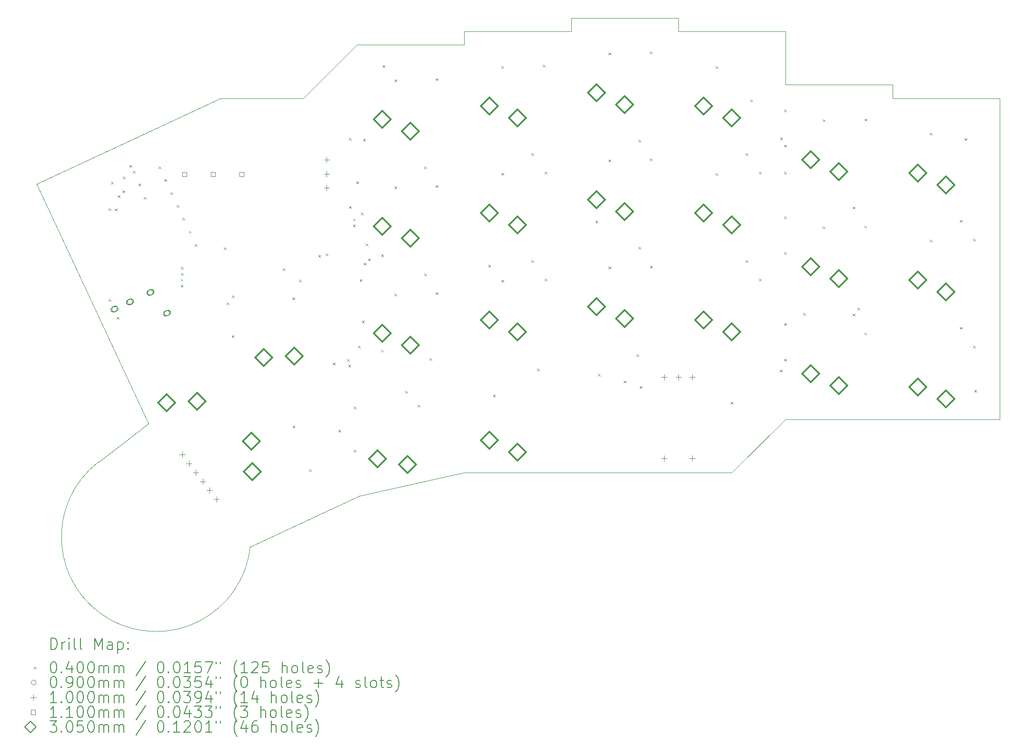
<source format=gbr>
%TF.GenerationSoftware,KiCad,Pcbnew,7.0.5*%
%TF.CreationDate,2024-03-19T12:28:52+08:00*%
%TF.ProjectId,Prime52right,5072696d-6535-4327-9269-6768742e6b69,rev?*%
%TF.SameCoordinates,Original*%
%TF.FileFunction,Drillmap*%
%TF.FilePolarity,Positive*%
%FSLAX45Y45*%
G04 Gerber Fmt 4.5, Leading zero omitted, Abs format (unit mm)*
G04 Created by KiCad (PCBNEW 7.0.5) date 2024-03-19 12:28:52*
%MOMM*%
%LPD*%
G01*
G04 APERTURE LIST*
%ADD10C,0.100000*%
%ADD11C,0.200000*%
%ADD12C,0.040000*%
%ADD13C,0.090000*%
%ADD14C,0.110000*%
%ADD15C,0.305000*%
G04 APERTURE END LIST*
D10*
X36405756Y-7698895D02*
X36405756Y-7936995D01*
X28785756Y-6746395D02*
X30690756Y-6746395D01*
X34500756Y-6746395D02*
X34500756Y-7698895D01*
X34500756Y-13651995D02*
X33548256Y-14604495D01*
X38310756Y-13651995D02*
X34500756Y-13651995D01*
X28785756Y-6984495D02*
X26880756Y-6984495D01*
X26880756Y-6984495D02*
X25928256Y-7936995D01*
X26925937Y-15016781D02*
X24984723Y-15921971D01*
X38310756Y-7936995D02*
X38310756Y-13651995D01*
X26925832Y-15016686D02*
X28785756Y-14604495D01*
X36405756Y-7936995D02*
X38310756Y-7936995D01*
X34500756Y-7698895D02*
X36405756Y-7698895D01*
X32595756Y-6508195D02*
X32595756Y-6746395D01*
X21182458Y-9461613D02*
X24452784Y-7936995D01*
X21182538Y-9461652D02*
X23174000Y-13730000D01*
X28785756Y-14604495D02*
X33548256Y-14604495D01*
X22284534Y-14414249D02*
X23174000Y-13730000D01*
X30690756Y-6508195D02*
X32595756Y-6508195D01*
X25928256Y-7936995D02*
X24452784Y-7936995D01*
X30690756Y-6746395D02*
X30690756Y-6508195D01*
X32595756Y-6746395D02*
X34500756Y-6746395D01*
X28785756Y-6984495D02*
X28785756Y-6746395D01*
X22284534Y-14414249D02*
G75*
G03*
X24984723Y-15921971I1025136J-1335831D01*
G01*
D11*
D12*
X22465000Y-9898000D02*
X22505000Y-9938000D01*
X22505000Y-9898000D02*
X22465000Y-9938000D01*
X22466770Y-11515770D02*
X22506770Y-11555770D01*
X22506770Y-11515770D02*
X22466770Y-11555770D01*
X22509000Y-9424733D02*
X22549000Y-9464733D01*
X22549000Y-9424733D02*
X22509000Y-9464733D01*
X22577000Y-9901000D02*
X22617000Y-9941000D01*
X22617000Y-9901000D02*
X22577000Y-9941000D01*
X22608000Y-11832000D02*
X22648000Y-11872000D01*
X22648000Y-11832000D02*
X22608000Y-11872000D01*
X22627000Y-9665000D02*
X22667000Y-9705000D01*
X22667000Y-9665000D02*
X22627000Y-9705000D01*
X22712000Y-9579000D02*
X22752000Y-9619000D01*
X22752000Y-9579000D02*
X22712000Y-9619000D01*
X22717000Y-9330000D02*
X22757000Y-9370000D01*
X22757000Y-9330000D02*
X22717000Y-9370000D01*
X22834000Y-9126000D02*
X22874000Y-9166000D01*
X22874000Y-9126000D02*
X22834000Y-9166000D01*
X22896000Y-9227000D02*
X22936000Y-9267000D01*
X22936000Y-9227000D02*
X22896000Y-9267000D01*
X22995000Y-9459000D02*
X23035000Y-9499000D01*
X23035000Y-9459000D02*
X22995000Y-9499000D01*
X23091000Y-9694000D02*
X23131000Y-9734000D01*
X23131000Y-9694000D02*
X23091000Y-9734000D01*
X23353000Y-9150000D02*
X23393000Y-9190000D01*
X23393000Y-9150000D02*
X23353000Y-9190000D01*
X23458000Y-9377000D02*
X23498000Y-9417000D01*
X23498000Y-9377000D02*
X23458000Y-9417000D01*
X23567000Y-9608000D02*
X23607000Y-9648000D01*
X23607000Y-9608000D02*
X23567000Y-9648000D01*
X23675000Y-9841000D02*
X23715000Y-9881000D01*
X23715000Y-9841000D02*
X23675000Y-9881000D01*
X23748000Y-11263000D02*
X23788000Y-11303000D01*
X23788000Y-11263000D02*
X23748000Y-11303000D01*
X23748230Y-11154230D02*
X23788230Y-11194230D01*
X23788230Y-11154230D02*
X23748230Y-11194230D01*
X23750000Y-11050000D02*
X23790000Y-11090000D01*
X23790000Y-11050000D02*
X23750000Y-11090000D01*
X23751000Y-10941000D02*
X23791000Y-10981000D01*
X23791000Y-10941000D02*
X23751000Y-10981000D01*
X23780000Y-10064000D02*
X23820000Y-10104000D01*
X23820000Y-10064000D02*
X23780000Y-10104000D01*
X23891000Y-10300000D02*
X23931000Y-10340000D01*
X23931000Y-10300000D02*
X23891000Y-10340000D01*
X23999000Y-10534000D02*
X24039000Y-10574000D01*
X24039000Y-10534000D02*
X23999000Y-10574000D01*
X24517000Y-10589000D02*
X24557000Y-10629000D01*
X24557000Y-10589000D02*
X24517000Y-10629000D01*
X24564379Y-11572621D02*
X24604379Y-11612621D01*
X24604379Y-11572621D02*
X24564379Y-11612621D01*
X24653000Y-12160841D02*
X24693000Y-12200841D01*
X24693000Y-12160841D02*
X24653000Y-12200841D01*
X24657550Y-11445000D02*
X24697550Y-11485000D01*
X24697550Y-11445000D02*
X24657550Y-11485000D01*
X25561000Y-10966000D02*
X25601000Y-11006000D01*
X25601000Y-10966000D02*
X25561000Y-11006000D01*
X25732000Y-11484000D02*
X25772000Y-11524000D01*
X25772000Y-11484000D02*
X25732000Y-11524000D01*
X25738000Y-13769000D02*
X25778000Y-13809000D01*
X25778000Y-13769000D02*
X25738000Y-13809000D01*
X25849000Y-11169000D02*
X25889000Y-11209000D01*
X25889000Y-11169000D02*
X25849000Y-11209000D01*
X26030210Y-14547210D02*
X26070210Y-14587210D01*
X26070210Y-14547210D02*
X26030210Y-14587210D01*
X26195000Y-10727000D02*
X26235000Y-10767000D01*
X26235000Y-10727000D02*
X26195000Y-10767000D01*
X26325000Y-10704000D02*
X26365000Y-10744000D01*
X26365000Y-10704000D02*
X26325000Y-10744000D01*
X26456000Y-12645000D02*
X26496000Y-12685000D01*
X26496000Y-12645000D02*
X26456000Y-12685000D01*
X26551153Y-13839847D02*
X26591153Y-13879847D01*
X26591153Y-13839847D02*
X26551153Y-13879847D01*
X26710000Y-12582000D02*
X26750000Y-12622000D01*
X26750000Y-12582000D02*
X26710000Y-12622000D01*
X26729000Y-12681000D02*
X26769000Y-12721000D01*
X26769000Y-12681000D02*
X26729000Y-12721000D01*
X26740000Y-8644000D02*
X26780000Y-8684000D01*
X26780000Y-8644000D02*
X26740000Y-8684000D01*
X26740000Y-9860000D02*
X26780000Y-9900000D01*
X26780000Y-9860000D02*
X26740000Y-9900000D01*
X26813000Y-10186000D02*
X26853000Y-10226000D01*
X26853000Y-10186000D02*
X26813000Y-10226000D01*
X26814000Y-10079000D02*
X26854000Y-10119000D01*
X26854000Y-10079000D02*
X26814000Y-10119000D01*
X26828000Y-13425000D02*
X26868000Y-13465000D01*
X26868000Y-13425000D02*
X26828000Y-13465000D01*
X26828000Y-14198000D02*
X26868000Y-14238000D01*
X26868000Y-14198000D02*
X26828000Y-14238000D01*
X26869000Y-9419000D02*
X26909000Y-9459000D01*
X26909000Y-9419000D02*
X26869000Y-9459000D01*
X26901000Y-12342000D02*
X26941000Y-12382000D01*
X26941000Y-12342000D02*
X26901000Y-12382000D01*
X26931550Y-11160000D02*
X26971550Y-11200000D01*
X26971550Y-11160000D02*
X26931550Y-11200000D01*
X26953000Y-9971000D02*
X26993000Y-10011000D01*
X26993000Y-9971000D02*
X26953000Y-10011000D01*
X26974000Y-11896000D02*
X27014000Y-11936000D01*
X27014000Y-11896000D02*
X26974000Y-11936000D01*
X26991000Y-8659000D02*
X27031000Y-8699000D01*
X27031000Y-8659000D02*
X26991000Y-8699000D01*
X27004000Y-10866000D02*
X27044000Y-10906000D01*
X27044000Y-10866000D02*
X27004000Y-10906000D01*
X27037000Y-10526000D02*
X27077000Y-10566000D01*
X27077000Y-10526000D02*
X27037000Y-10566000D01*
X27078350Y-10791000D02*
X27118350Y-10831000D01*
X27118350Y-10791000D02*
X27078350Y-10831000D01*
X27311750Y-12416000D02*
X27351750Y-12456000D01*
X27351750Y-12416000D02*
X27311750Y-12456000D01*
X27313300Y-10717000D02*
X27353300Y-10757000D01*
X27353300Y-10717000D02*
X27313300Y-10757000D01*
X27338000Y-7349000D02*
X27378000Y-7389000D01*
X27378000Y-7349000D02*
X27338000Y-7389000D01*
X27548000Y-11410000D02*
X27588000Y-11450000D01*
X27588000Y-11410000D02*
X27548000Y-11450000D01*
X27549000Y-7600000D02*
X27589000Y-7640000D01*
X27589000Y-7600000D02*
X27549000Y-7640000D01*
X27549000Y-9505000D02*
X27589000Y-9545000D01*
X27589000Y-9505000D02*
X27549000Y-9545000D01*
X27742000Y-13150000D02*
X27782000Y-13190000D01*
X27782000Y-13150000D02*
X27742000Y-13190000D01*
X27960000Y-13395000D02*
X28000000Y-13435000D01*
X28000000Y-13395000D02*
X27960000Y-13435000D01*
X28079000Y-9153000D02*
X28119000Y-9193000D01*
X28119000Y-9153000D02*
X28079000Y-9193000D01*
X28079000Y-11057000D02*
X28119000Y-11097000D01*
X28119000Y-11057000D02*
X28079000Y-11097000D01*
X28169000Y-12563000D02*
X28209000Y-12603000D01*
X28209000Y-12563000D02*
X28169000Y-12603000D01*
X28281000Y-7581000D02*
X28321000Y-7621000D01*
X28321000Y-7581000D02*
X28281000Y-7621000D01*
X28281000Y-9486000D02*
X28321000Y-9526000D01*
X28321000Y-9486000D02*
X28281000Y-9526000D01*
X28282000Y-11392000D02*
X28322000Y-11432000D01*
X28322000Y-11392000D02*
X28282000Y-11432000D01*
X29218300Y-10906000D02*
X29258300Y-10946000D01*
X29258300Y-10906000D02*
X29218300Y-10946000D01*
X29303000Y-13215000D02*
X29343000Y-13255000D01*
X29343000Y-13215000D02*
X29303000Y-13255000D01*
X29453000Y-7363000D02*
X29493000Y-7403000D01*
X29493000Y-7363000D02*
X29453000Y-7403000D01*
X29453000Y-9267000D02*
X29493000Y-9307000D01*
X29493000Y-9267000D02*
X29453000Y-9307000D01*
X29453000Y-11172000D02*
X29493000Y-11212000D01*
X29493000Y-11172000D02*
X29453000Y-11212000D01*
X29983000Y-8914000D02*
X30023000Y-8954000D01*
X30023000Y-8914000D02*
X29983000Y-8954000D01*
X29983000Y-10819000D02*
X30023000Y-10859000D01*
X30023000Y-10819000D02*
X29983000Y-10859000D01*
X30084000Y-12753450D02*
X30124000Y-12793450D01*
X30124000Y-12753450D02*
X30084000Y-12793450D01*
X30185000Y-7343000D02*
X30225000Y-7383000D01*
X30225000Y-7343000D02*
X30185000Y-7383000D01*
X30218000Y-9248000D02*
X30258000Y-9288000D01*
X30258000Y-9248000D02*
X30218000Y-9288000D01*
X30218000Y-11152000D02*
X30258000Y-11192000D01*
X30258000Y-11152000D02*
X30218000Y-11192000D01*
X31123300Y-10120000D02*
X31163300Y-10160000D01*
X31163300Y-10120000D02*
X31123300Y-10160000D01*
X31172000Y-12842550D02*
X31212000Y-12882550D01*
X31212000Y-12842550D02*
X31172000Y-12882550D01*
X31358000Y-7125000D02*
X31398000Y-7165000D01*
X31398000Y-7125000D02*
X31358000Y-7165000D01*
X31358000Y-9029000D02*
X31398000Y-9069000D01*
X31398000Y-9029000D02*
X31358000Y-9069000D01*
X31358000Y-10935000D02*
X31398000Y-10975000D01*
X31398000Y-10935000D02*
X31358000Y-10975000D01*
X31624000Y-12966000D02*
X31664000Y-13006000D01*
X31664000Y-12966000D02*
X31624000Y-13006000D01*
X31852000Y-12497000D02*
X31892000Y-12537000D01*
X31892000Y-12497000D02*
X31852000Y-12537000D01*
X31888000Y-8676000D02*
X31928000Y-8716000D01*
X31928000Y-8676000D02*
X31888000Y-8716000D01*
X31889000Y-10581000D02*
X31929000Y-10621000D01*
X31929000Y-10581000D02*
X31889000Y-10621000D01*
X31910000Y-13062000D02*
X31950000Y-13102000D01*
X31950000Y-13062000D02*
X31910000Y-13102000D01*
X32091000Y-7105000D02*
X32131000Y-7145000D01*
X32131000Y-7105000D02*
X32091000Y-7145000D01*
X32092000Y-9010000D02*
X32132000Y-9050000D01*
X32132000Y-9010000D02*
X32092000Y-9050000D01*
X32096900Y-10920900D02*
X32136900Y-10960900D01*
X32136900Y-10920900D02*
X32096900Y-10960900D01*
X33263000Y-7363000D02*
X33303000Y-7403000D01*
X33303000Y-7363000D02*
X33263000Y-7403000D01*
X33263000Y-9268000D02*
X33303000Y-9308000D01*
X33303000Y-9268000D02*
X33263000Y-9308000D01*
X33528000Y-13346000D02*
X33568000Y-13386000D01*
X33568000Y-13346000D02*
X33528000Y-13386000D01*
X33792000Y-10819000D02*
X33832000Y-10859000D01*
X33832000Y-10819000D02*
X33792000Y-10859000D01*
X33794000Y-8915000D02*
X33834000Y-8955000D01*
X33834000Y-8915000D02*
X33794000Y-8955000D01*
X33880000Y-7956000D02*
X33920000Y-7996000D01*
X33920000Y-7956000D02*
X33880000Y-7996000D01*
X34028000Y-9248000D02*
X34068000Y-9288000D01*
X34068000Y-9248000D02*
X34028000Y-9288000D01*
X34029000Y-11153000D02*
X34069000Y-11193000D01*
X34069000Y-11153000D02*
X34029000Y-11193000D01*
X34406000Y-12773000D02*
X34446000Y-12813000D01*
X34446000Y-12773000D02*
X34406000Y-12813000D01*
X34407000Y-8633000D02*
X34447000Y-8673000D01*
X34447000Y-8633000D02*
X34407000Y-8673000D01*
X34480000Y-12577000D02*
X34520000Y-12617000D01*
X34520000Y-12577000D02*
X34480000Y-12617000D01*
X34481000Y-8138000D02*
X34521000Y-8178000D01*
X34521000Y-8138000D02*
X34481000Y-8178000D01*
X34481000Y-8767000D02*
X34521000Y-8807000D01*
X34521000Y-8767000D02*
X34481000Y-8807000D01*
X34481000Y-10044000D02*
X34521000Y-10084000D01*
X34521000Y-10044000D02*
X34481000Y-10084000D01*
X34481000Y-10675000D02*
X34521000Y-10715000D01*
X34521000Y-10675000D02*
X34481000Y-10715000D01*
X34482000Y-9246000D02*
X34522000Y-9286000D01*
X34522000Y-9246000D02*
X34482000Y-9286000D01*
X34482000Y-11943000D02*
X34522000Y-11983000D01*
X34522000Y-11943000D02*
X34482000Y-11983000D01*
X34818000Y-11760000D02*
X34858000Y-11800000D01*
X34858000Y-11760000D02*
X34818000Y-11800000D01*
X35168000Y-8315000D02*
X35208000Y-8355000D01*
X35208000Y-8315000D02*
X35168000Y-8355000D01*
X35168000Y-10220000D02*
X35208000Y-10260000D01*
X35208000Y-10220000D02*
X35168000Y-10260000D01*
X35698000Y-9867000D02*
X35738000Y-9907000D01*
X35738000Y-9867000D02*
X35698000Y-9907000D01*
X35699000Y-11772000D02*
X35739000Y-11812000D01*
X35739000Y-11772000D02*
X35699000Y-11812000D01*
X35784000Y-11665000D02*
X35824000Y-11705000D01*
X35824000Y-11665000D02*
X35784000Y-11705000D01*
X35907000Y-10206500D02*
X35947000Y-10246500D01*
X35947000Y-10206500D02*
X35907000Y-10246500D01*
X35907000Y-12111000D02*
X35947000Y-12151000D01*
X35947000Y-12111000D02*
X35907000Y-12151000D01*
X35908000Y-8301500D02*
X35948000Y-8341500D01*
X35948000Y-8301500D02*
X35908000Y-8341500D01*
X37073000Y-8553000D02*
X37113000Y-8593000D01*
X37113000Y-8553000D02*
X37073000Y-8593000D01*
X37073000Y-10458000D02*
X37113000Y-10498000D01*
X37113000Y-10458000D02*
X37073000Y-10498000D01*
X37603000Y-10106000D02*
X37643000Y-10146000D01*
X37643000Y-10106000D02*
X37603000Y-10146000D01*
X37603000Y-12010000D02*
X37643000Y-12050000D01*
X37643000Y-12010000D02*
X37603000Y-12050000D01*
X37688000Y-8648000D02*
X37728000Y-8688000D01*
X37728000Y-8648000D02*
X37688000Y-8688000D01*
X37838000Y-12343000D02*
X37878000Y-12383000D01*
X37878000Y-12343000D02*
X37838000Y-12383000D01*
X37839000Y-10439000D02*
X37879000Y-10479000D01*
X37879000Y-10439000D02*
X37839000Y-10479000D01*
X37861000Y-13129000D02*
X37901000Y-13169000D01*
X37901000Y-13129000D02*
X37861000Y-13169000D01*
D13*
X22615157Y-11691959D02*
G75*
G03*
X22615157Y-11691959I-45000J0D01*
G01*
D11*
X22571048Y-11741195D02*
X22607301Y-11724290D01*
X22607301Y-11724290D02*
G75*
G03*
X22569265Y-11642722I-19018J40784D01*
G01*
X22569265Y-11642723D02*
X22533013Y-11659627D01*
X22533013Y-11659627D02*
G75*
G03*
X22571048Y-11741195I19018J-40784D01*
G01*
D13*
X22891399Y-11563145D02*
G75*
G03*
X22891399Y-11563145I-45000J0D01*
G01*
D11*
X22847291Y-11612381D02*
X22883543Y-11595476D01*
X22883543Y-11595476D02*
G75*
G03*
X22845508Y-11513908I-19018J40784D01*
G01*
X22845508Y-11513909D02*
X22809255Y-11530813D01*
X22809255Y-11530813D02*
G75*
G03*
X22847291Y-11612381I19018J-40784D01*
G01*
D13*
X23253922Y-11394097D02*
G75*
G03*
X23253922Y-11394097I-45000J0D01*
G01*
D11*
X23209814Y-11443334D02*
X23246066Y-11426429D01*
X23246066Y-11426429D02*
G75*
G03*
X23208031Y-11344861I-19018J40784D01*
G01*
X23208031Y-11344861D02*
X23171778Y-11361766D01*
X23171778Y-11361766D02*
G75*
G03*
X23209814Y-11443334I19018J-40784D01*
G01*
D13*
X23548021Y-11764511D02*
G75*
G03*
X23548021Y-11764511I-45000J0D01*
G01*
D11*
X23503912Y-11813747D02*
X23540165Y-11796843D01*
X23540165Y-11796843D02*
G75*
G03*
X23502129Y-11715275I-19018J40784D01*
G01*
X23502129Y-11715275D02*
X23465877Y-11732180D01*
X23465877Y-11732180D02*
G75*
G03*
X23503912Y-11813747I19018J-40784D01*
G01*
D10*
X23773515Y-14234910D02*
X23773515Y-14334910D01*
X23723515Y-14284910D02*
X23823515Y-14284910D01*
X23895267Y-14393580D02*
X23895267Y-14493580D01*
X23845267Y-14443580D02*
X23945267Y-14443580D01*
X24017020Y-14552251D02*
X24017020Y-14652251D01*
X23967020Y-14602251D02*
X24067020Y-14602251D01*
X24138772Y-14710922D02*
X24138772Y-14810922D01*
X24088772Y-14760922D02*
X24188772Y-14760922D01*
X24260524Y-14869592D02*
X24260524Y-14969592D01*
X24210524Y-14919592D02*
X24310524Y-14919592D01*
X24382277Y-15028263D02*
X24382277Y-15128263D01*
X24332277Y-15078263D02*
X24432277Y-15078263D01*
X26345800Y-8985500D02*
X26345800Y-9085500D01*
X26295800Y-9035500D02*
X26395800Y-9035500D01*
X26345800Y-9235500D02*
X26345800Y-9335500D01*
X26295800Y-9285500D02*
X26395800Y-9285500D01*
X26345800Y-9485500D02*
X26345800Y-9585500D01*
X26295800Y-9535500D02*
X26395800Y-9535500D01*
X32345800Y-12852000D02*
X32345800Y-12952000D01*
X32295800Y-12902000D02*
X32395800Y-12902000D01*
X32345800Y-14302000D02*
X32345800Y-14402000D01*
X32295800Y-14352000D02*
X32395800Y-14352000D01*
X32595800Y-12852000D02*
X32595800Y-12952000D01*
X32545800Y-12902000D02*
X32645800Y-12902000D01*
X32845800Y-12852000D02*
X32845800Y-12952000D01*
X32795800Y-12902000D02*
X32895800Y-12902000D01*
X32845800Y-14302000D02*
X32845800Y-14402000D01*
X32795800Y-14352000D02*
X32895800Y-14352000D01*
D14*
X23851691Y-9328391D02*
X23851691Y-9250609D01*
X23773909Y-9250609D01*
X23773909Y-9328391D01*
X23851691Y-9328391D01*
X24359691Y-9328391D02*
X24359691Y-9250609D01*
X24281909Y-9250609D01*
X24281909Y-9328391D01*
X24359691Y-9328391D01*
X24867691Y-9328391D02*
X24867691Y-9250609D01*
X24789909Y-9250609D01*
X24789909Y-9328391D01*
X24867691Y-9328391D01*
D15*
X23497735Y-13508666D02*
X23650235Y-13356166D01*
X23497735Y-13203666D01*
X23345235Y-13356166D01*
X23497735Y-13508666D01*
X24039639Y-13487682D02*
X24192139Y-13335182D01*
X24039639Y-13182682D01*
X23887139Y-13335182D01*
X24039639Y-13487682D01*
X25003688Y-14200099D02*
X25156188Y-14047599D01*
X25003688Y-13895099D01*
X24851188Y-14047599D01*
X25003688Y-14200099D01*
X25024673Y-14742002D02*
X25177173Y-14589502D01*
X25024673Y-14437002D01*
X24872173Y-14589502D01*
X25024673Y-14742002D01*
X25224210Y-12703566D02*
X25376710Y-12551066D01*
X25224210Y-12398566D01*
X25071710Y-12551066D01*
X25224210Y-12703566D01*
X25766114Y-12682582D02*
X25918614Y-12530082D01*
X25766114Y-12377582D01*
X25613614Y-12530082D01*
X25766114Y-12682582D01*
X27243799Y-14512412D02*
X27396299Y-14359912D01*
X27243799Y-14207412D01*
X27091299Y-14359912D01*
X27243799Y-14512412D01*
X27333300Y-8469500D02*
X27485800Y-8317000D01*
X27333300Y-8164500D01*
X27180800Y-8317000D01*
X27333300Y-8469500D01*
X27333300Y-10374500D02*
X27485800Y-10222000D01*
X27333300Y-10069500D01*
X27180800Y-10222000D01*
X27333300Y-10374500D01*
X27333300Y-12279500D02*
X27485800Y-12127000D01*
X27333300Y-11974500D01*
X27180800Y-12127000D01*
X27333300Y-12279500D01*
X27777399Y-14609215D02*
X27929899Y-14456715D01*
X27777399Y-14304215D01*
X27624899Y-14456715D01*
X27777399Y-14609215D01*
X27833300Y-8679500D02*
X27985800Y-8527000D01*
X27833300Y-8374500D01*
X27680800Y-8527000D01*
X27833300Y-8679500D01*
X27833300Y-10584500D02*
X27985800Y-10432000D01*
X27833300Y-10279500D01*
X27680800Y-10432000D01*
X27833300Y-10584500D01*
X27833300Y-12489500D02*
X27985800Y-12337000D01*
X27833300Y-12184500D01*
X27680800Y-12337000D01*
X27833300Y-12489500D01*
X29238300Y-8231400D02*
X29390800Y-8078900D01*
X29238300Y-7926400D01*
X29085800Y-8078900D01*
X29238300Y-8231400D01*
X29238300Y-10136400D02*
X29390800Y-9983900D01*
X29238300Y-9831400D01*
X29085800Y-9983900D01*
X29238300Y-10136400D01*
X29238300Y-12041400D02*
X29390800Y-11888900D01*
X29238300Y-11736400D01*
X29085800Y-11888900D01*
X29238300Y-12041400D01*
X29238300Y-14184500D02*
X29390800Y-14032000D01*
X29238300Y-13879500D01*
X29085800Y-14032000D01*
X29238300Y-14184500D01*
X29738300Y-8441400D02*
X29890800Y-8288900D01*
X29738300Y-8136400D01*
X29585800Y-8288900D01*
X29738300Y-8441400D01*
X29738300Y-10346400D02*
X29890800Y-10193900D01*
X29738300Y-10041400D01*
X29585800Y-10193900D01*
X29738300Y-10346400D01*
X29738300Y-12251400D02*
X29890800Y-12098900D01*
X29738300Y-11946400D01*
X29585800Y-12098900D01*
X29738300Y-12251400D01*
X29738300Y-14394500D02*
X29890800Y-14242000D01*
X29738300Y-14089500D01*
X29585800Y-14242000D01*
X29738300Y-14394500D01*
X31143300Y-7993300D02*
X31295800Y-7840800D01*
X31143300Y-7688300D01*
X30990800Y-7840800D01*
X31143300Y-7993300D01*
X31143300Y-9898300D02*
X31295800Y-9745800D01*
X31143300Y-9593300D01*
X30990800Y-9745800D01*
X31143300Y-9898300D01*
X31143300Y-11803300D02*
X31295800Y-11650800D01*
X31143300Y-11498300D01*
X30990800Y-11650800D01*
X31143300Y-11803300D01*
X31643300Y-8203300D02*
X31795800Y-8050800D01*
X31643300Y-7898300D01*
X31490800Y-8050800D01*
X31643300Y-8203300D01*
X31643300Y-10108300D02*
X31795800Y-9955800D01*
X31643300Y-9803300D01*
X31490800Y-9955800D01*
X31643300Y-10108300D01*
X31643300Y-12013300D02*
X31795800Y-11860800D01*
X31643300Y-11708300D01*
X31490800Y-11860800D01*
X31643300Y-12013300D01*
X33048300Y-8231400D02*
X33200800Y-8078900D01*
X33048300Y-7926400D01*
X32895800Y-8078900D01*
X33048300Y-8231400D01*
X33048300Y-10136400D02*
X33200800Y-9983900D01*
X33048300Y-9831400D01*
X32895800Y-9983900D01*
X33048300Y-10136400D01*
X33048300Y-12041400D02*
X33200800Y-11888900D01*
X33048300Y-11736400D01*
X32895800Y-11888900D01*
X33048300Y-12041400D01*
X33548300Y-8441400D02*
X33700800Y-8288900D01*
X33548300Y-8136400D01*
X33395800Y-8288900D01*
X33548300Y-8441400D01*
X33548300Y-10346400D02*
X33700800Y-10193900D01*
X33548300Y-10041400D01*
X33395800Y-10193900D01*
X33548300Y-10346400D01*
X33548300Y-12251400D02*
X33700800Y-12098900D01*
X33548300Y-11946400D01*
X33395800Y-12098900D01*
X33548300Y-12251400D01*
X34953300Y-9183900D02*
X35105800Y-9031400D01*
X34953300Y-8878900D01*
X34800800Y-9031400D01*
X34953300Y-9183900D01*
X34953300Y-11088900D02*
X35105800Y-10936400D01*
X34953300Y-10783900D01*
X34800800Y-10936400D01*
X34953300Y-11088900D01*
X34953300Y-12993900D02*
X35105800Y-12841400D01*
X34953300Y-12688900D01*
X34800800Y-12841400D01*
X34953300Y-12993900D01*
X35453300Y-9393900D02*
X35605800Y-9241400D01*
X35453300Y-9088900D01*
X35300800Y-9241400D01*
X35453300Y-9393900D01*
X35453300Y-11298900D02*
X35605800Y-11146400D01*
X35453300Y-10993900D01*
X35300800Y-11146400D01*
X35453300Y-11298900D01*
X35453300Y-13203900D02*
X35605800Y-13051400D01*
X35453300Y-12898900D01*
X35300800Y-13051400D01*
X35453300Y-13203900D01*
X36858300Y-9422000D02*
X37010800Y-9269500D01*
X36858300Y-9117000D01*
X36705800Y-9269500D01*
X36858300Y-9422000D01*
X36858300Y-11327000D02*
X37010800Y-11174500D01*
X36858300Y-11022000D01*
X36705800Y-11174500D01*
X36858300Y-11327000D01*
X36858300Y-13232000D02*
X37010800Y-13079500D01*
X36858300Y-12927000D01*
X36705800Y-13079500D01*
X36858300Y-13232000D01*
X37358300Y-9632000D02*
X37510800Y-9479500D01*
X37358300Y-9327000D01*
X37205800Y-9479500D01*
X37358300Y-9632000D01*
X37358300Y-11537000D02*
X37510800Y-11384500D01*
X37358300Y-11232000D01*
X37205800Y-11384500D01*
X37358300Y-11537000D01*
X37358300Y-13442000D02*
X37510800Y-13289500D01*
X37358300Y-13137000D01*
X37205800Y-13289500D01*
X37358300Y-13442000D01*
D11*
X21438235Y-17750413D02*
X21438235Y-17550413D01*
X21438235Y-17550413D02*
X21485854Y-17550413D01*
X21485854Y-17550413D02*
X21514425Y-17559937D01*
X21514425Y-17559937D02*
X21533473Y-17578984D01*
X21533473Y-17578984D02*
X21542997Y-17598032D01*
X21542997Y-17598032D02*
X21552520Y-17636127D01*
X21552520Y-17636127D02*
X21552520Y-17664699D01*
X21552520Y-17664699D02*
X21542997Y-17702794D01*
X21542997Y-17702794D02*
X21533473Y-17721842D01*
X21533473Y-17721842D02*
X21514425Y-17740889D01*
X21514425Y-17740889D02*
X21485854Y-17750413D01*
X21485854Y-17750413D02*
X21438235Y-17750413D01*
X21638235Y-17750413D02*
X21638235Y-17617080D01*
X21638235Y-17655175D02*
X21647758Y-17636127D01*
X21647758Y-17636127D02*
X21657282Y-17626603D01*
X21657282Y-17626603D02*
X21676330Y-17617080D01*
X21676330Y-17617080D02*
X21695378Y-17617080D01*
X21762044Y-17750413D02*
X21762044Y-17617080D01*
X21762044Y-17550413D02*
X21752520Y-17559937D01*
X21752520Y-17559937D02*
X21762044Y-17569461D01*
X21762044Y-17569461D02*
X21771568Y-17559937D01*
X21771568Y-17559937D02*
X21762044Y-17550413D01*
X21762044Y-17550413D02*
X21762044Y-17569461D01*
X21885854Y-17750413D02*
X21866806Y-17740889D01*
X21866806Y-17740889D02*
X21857282Y-17721842D01*
X21857282Y-17721842D02*
X21857282Y-17550413D01*
X21990616Y-17750413D02*
X21971568Y-17740889D01*
X21971568Y-17740889D02*
X21962044Y-17721842D01*
X21962044Y-17721842D02*
X21962044Y-17550413D01*
X22219187Y-17750413D02*
X22219187Y-17550413D01*
X22219187Y-17550413D02*
X22285854Y-17693270D01*
X22285854Y-17693270D02*
X22352520Y-17550413D01*
X22352520Y-17550413D02*
X22352520Y-17750413D01*
X22533473Y-17750413D02*
X22533473Y-17645651D01*
X22533473Y-17645651D02*
X22523949Y-17626603D01*
X22523949Y-17626603D02*
X22504901Y-17617080D01*
X22504901Y-17617080D02*
X22466806Y-17617080D01*
X22466806Y-17617080D02*
X22447758Y-17626603D01*
X22533473Y-17740889D02*
X22514425Y-17750413D01*
X22514425Y-17750413D02*
X22466806Y-17750413D01*
X22466806Y-17750413D02*
X22447758Y-17740889D01*
X22447758Y-17740889D02*
X22438235Y-17721842D01*
X22438235Y-17721842D02*
X22438235Y-17702794D01*
X22438235Y-17702794D02*
X22447758Y-17683746D01*
X22447758Y-17683746D02*
X22466806Y-17674223D01*
X22466806Y-17674223D02*
X22514425Y-17674223D01*
X22514425Y-17674223D02*
X22533473Y-17664699D01*
X22628711Y-17617080D02*
X22628711Y-17817080D01*
X22628711Y-17626603D02*
X22647758Y-17617080D01*
X22647758Y-17617080D02*
X22685854Y-17617080D01*
X22685854Y-17617080D02*
X22704901Y-17626603D01*
X22704901Y-17626603D02*
X22714425Y-17636127D01*
X22714425Y-17636127D02*
X22723949Y-17655175D01*
X22723949Y-17655175D02*
X22723949Y-17712318D01*
X22723949Y-17712318D02*
X22714425Y-17731365D01*
X22714425Y-17731365D02*
X22704901Y-17740889D01*
X22704901Y-17740889D02*
X22685854Y-17750413D01*
X22685854Y-17750413D02*
X22647758Y-17750413D01*
X22647758Y-17750413D02*
X22628711Y-17740889D01*
X22809663Y-17731365D02*
X22819187Y-17740889D01*
X22819187Y-17740889D02*
X22809663Y-17750413D01*
X22809663Y-17750413D02*
X22800139Y-17740889D01*
X22800139Y-17740889D02*
X22809663Y-17731365D01*
X22809663Y-17731365D02*
X22809663Y-17750413D01*
X22809663Y-17626603D02*
X22819187Y-17636127D01*
X22819187Y-17636127D02*
X22809663Y-17645651D01*
X22809663Y-17645651D02*
X22800139Y-17636127D01*
X22800139Y-17636127D02*
X22809663Y-17626603D01*
X22809663Y-17626603D02*
X22809663Y-17645651D01*
D12*
X21137458Y-18058929D02*
X21177458Y-18098929D01*
X21177458Y-18058929D02*
X21137458Y-18098929D01*
D11*
X21476330Y-17970413D02*
X21495378Y-17970413D01*
X21495378Y-17970413D02*
X21514425Y-17979937D01*
X21514425Y-17979937D02*
X21523949Y-17989461D01*
X21523949Y-17989461D02*
X21533473Y-18008508D01*
X21533473Y-18008508D02*
X21542997Y-18046603D01*
X21542997Y-18046603D02*
X21542997Y-18094223D01*
X21542997Y-18094223D02*
X21533473Y-18132318D01*
X21533473Y-18132318D02*
X21523949Y-18151365D01*
X21523949Y-18151365D02*
X21514425Y-18160889D01*
X21514425Y-18160889D02*
X21495378Y-18170413D01*
X21495378Y-18170413D02*
X21476330Y-18170413D01*
X21476330Y-18170413D02*
X21457282Y-18160889D01*
X21457282Y-18160889D02*
X21447758Y-18151365D01*
X21447758Y-18151365D02*
X21438235Y-18132318D01*
X21438235Y-18132318D02*
X21428711Y-18094223D01*
X21428711Y-18094223D02*
X21428711Y-18046603D01*
X21428711Y-18046603D02*
X21438235Y-18008508D01*
X21438235Y-18008508D02*
X21447758Y-17989461D01*
X21447758Y-17989461D02*
X21457282Y-17979937D01*
X21457282Y-17979937D02*
X21476330Y-17970413D01*
X21628711Y-18151365D02*
X21638235Y-18160889D01*
X21638235Y-18160889D02*
X21628711Y-18170413D01*
X21628711Y-18170413D02*
X21619187Y-18160889D01*
X21619187Y-18160889D02*
X21628711Y-18151365D01*
X21628711Y-18151365D02*
X21628711Y-18170413D01*
X21809663Y-18037080D02*
X21809663Y-18170413D01*
X21762044Y-17960889D02*
X21714425Y-18103746D01*
X21714425Y-18103746D02*
X21838235Y-18103746D01*
X21952520Y-17970413D02*
X21971568Y-17970413D01*
X21971568Y-17970413D02*
X21990616Y-17979937D01*
X21990616Y-17979937D02*
X22000139Y-17989461D01*
X22000139Y-17989461D02*
X22009663Y-18008508D01*
X22009663Y-18008508D02*
X22019187Y-18046603D01*
X22019187Y-18046603D02*
X22019187Y-18094223D01*
X22019187Y-18094223D02*
X22009663Y-18132318D01*
X22009663Y-18132318D02*
X22000139Y-18151365D01*
X22000139Y-18151365D02*
X21990616Y-18160889D01*
X21990616Y-18160889D02*
X21971568Y-18170413D01*
X21971568Y-18170413D02*
X21952520Y-18170413D01*
X21952520Y-18170413D02*
X21933473Y-18160889D01*
X21933473Y-18160889D02*
X21923949Y-18151365D01*
X21923949Y-18151365D02*
X21914425Y-18132318D01*
X21914425Y-18132318D02*
X21904901Y-18094223D01*
X21904901Y-18094223D02*
X21904901Y-18046603D01*
X21904901Y-18046603D02*
X21914425Y-18008508D01*
X21914425Y-18008508D02*
X21923949Y-17989461D01*
X21923949Y-17989461D02*
X21933473Y-17979937D01*
X21933473Y-17979937D02*
X21952520Y-17970413D01*
X22142997Y-17970413D02*
X22162044Y-17970413D01*
X22162044Y-17970413D02*
X22181092Y-17979937D01*
X22181092Y-17979937D02*
X22190616Y-17989461D01*
X22190616Y-17989461D02*
X22200139Y-18008508D01*
X22200139Y-18008508D02*
X22209663Y-18046603D01*
X22209663Y-18046603D02*
X22209663Y-18094223D01*
X22209663Y-18094223D02*
X22200139Y-18132318D01*
X22200139Y-18132318D02*
X22190616Y-18151365D01*
X22190616Y-18151365D02*
X22181092Y-18160889D01*
X22181092Y-18160889D02*
X22162044Y-18170413D01*
X22162044Y-18170413D02*
X22142997Y-18170413D01*
X22142997Y-18170413D02*
X22123949Y-18160889D01*
X22123949Y-18160889D02*
X22114425Y-18151365D01*
X22114425Y-18151365D02*
X22104901Y-18132318D01*
X22104901Y-18132318D02*
X22095378Y-18094223D01*
X22095378Y-18094223D02*
X22095378Y-18046603D01*
X22095378Y-18046603D02*
X22104901Y-18008508D01*
X22104901Y-18008508D02*
X22114425Y-17989461D01*
X22114425Y-17989461D02*
X22123949Y-17979937D01*
X22123949Y-17979937D02*
X22142997Y-17970413D01*
X22295378Y-18170413D02*
X22295378Y-18037080D01*
X22295378Y-18056127D02*
X22304901Y-18046603D01*
X22304901Y-18046603D02*
X22323949Y-18037080D01*
X22323949Y-18037080D02*
X22352520Y-18037080D01*
X22352520Y-18037080D02*
X22371568Y-18046603D01*
X22371568Y-18046603D02*
X22381092Y-18065651D01*
X22381092Y-18065651D02*
X22381092Y-18170413D01*
X22381092Y-18065651D02*
X22390616Y-18046603D01*
X22390616Y-18046603D02*
X22409663Y-18037080D01*
X22409663Y-18037080D02*
X22438235Y-18037080D01*
X22438235Y-18037080D02*
X22457282Y-18046603D01*
X22457282Y-18046603D02*
X22466806Y-18065651D01*
X22466806Y-18065651D02*
X22466806Y-18170413D01*
X22562044Y-18170413D02*
X22562044Y-18037080D01*
X22562044Y-18056127D02*
X22571568Y-18046603D01*
X22571568Y-18046603D02*
X22590616Y-18037080D01*
X22590616Y-18037080D02*
X22619187Y-18037080D01*
X22619187Y-18037080D02*
X22638235Y-18046603D01*
X22638235Y-18046603D02*
X22647758Y-18065651D01*
X22647758Y-18065651D02*
X22647758Y-18170413D01*
X22647758Y-18065651D02*
X22657282Y-18046603D01*
X22657282Y-18046603D02*
X22676330Y-18037080D01*
X22676330Y-18037080D02*
X22704901Y-18037080D01*
X22704901Y-18037080D02*
X22723949Y-18046603D01*
X22723949Y-18046603D02*
X22733473Y-18065651D01*
X22733473Y-18065651D02*
X22733473Y-18170413D01*
X23123949Y-17960889D02*
X22952520Y-18218032D01*
X23381092Y-17970413D02*
X23400140Y-17970413D01*
X23400140Y-17970413D02*
X23419187Y-17979937D01*
X23419187Y-17979937D02*
X23428711Y-17989461D01*
X23428711Y-17989461D02*
X23438235Y-18008508D01*
X23438235Y-18008508D02*
X23447759Y-18046603D01*
X23447759Y-18046603D02*
X23447759Y-18094223D01*
X23447759Y-18094223D02*
X23438235Y-18132318D01*
X23438235Y-18132318D02*
X23428711Y-18151365D01*
X23428711Y-18151365D02*
X23419187Y-18160889D01*
X23419187Y-18160889D02*
X23400140Y-18170413D01*
X23400140Y-18170413D02*
X23381092Y-18170413D01*
X23381092Y-18170413D02*
X23362044Y-18160889D01*
X23362044Y-18160889D02*
X23352520Y-18151365D01*
X23352520Y-18151365D02*
X23342997Y-18132318D01*
X23342997Y-18132318D02*
X23333473Y-18094223D01*
X23333473Y-18094223D02*
X23333473Y-18046603D01*
X23333473Y-18046603D02*
X23342997Y-18008508D01*
X23342997Y-18008508D02*
X23352520Y-17989461D01*
X23352520Y-17989461D02*
X23362044Y-17979937D01*
X23362044Y-17979937D02*
X23381092Y-17970413D01*
X23533473Y-18151365D02*
X23542997Y-18160889D01*
X23542997Y-18160889D02*
X23533473Y-18170413D01*
X23533473Y-18170413D02*
X23523949Y-18160889D01*
X23523949Y-18160889D02*
X23533473Y-18151365D01*
X23533473Y-18151365D02*
X23533473Y-18170413D01*
X23666806Y-17970413D02*
X23685854Y-17970413D01*
X23685854Y-17970413D02*
X23704901Y-17979937D01*
X23704901Y-17979937D02*
X23714425Y-17989461D01*
X23714425Y-17989461D02*
X23723949Y-18008508D01*
X23723949Y-18008508D02*
X23733473Y-18046603D01*
X23733473Y-18046603D02*
X23733473Y-18094223D01*
X23733473Y-18094223D02*
X23723949Y-18132318D01*
X23723949Y-18132318D02*
X23714425Y-18151365D01*
X23714425Y-18151365D02*
X23704901Y-18160889D01*
X23704901Y-18160889D02*
X23685854Y-18170413D01*
X23685854Y-18170413D02*
X23666806Y-18170413D01*
X23666806Y-18170413D02*
X23647759Y-18160889D01*
X23647759Y-18160889D02*
X23638235Y-18151365D01*
X23638235Y-18151365D02*
X23628711Y-18132318D01*
X23628711Y-18132318D02*
X23619187Y-18094223D01*
X23619187Y-18094223D02*
X23619187Y-18046603D01*
X23619187Y-18046603D02*
X23628711Y-18008508D01*
X23628711Y-18008508D02*
X23638235Y-17989461D01*
X23638235Y-17989461D02*
X23647759Y-17979937D01*
X23647759Y-17979937D02*
X23666806Y-17970413D01*
X23923949Y-18170413D02*
X23809663Y-18170413D01*
X23866806Y-18170413D02*
X23866806Y-17970413D01*
X23866806Y-17970413D02*
X23847759Y-17998984D01*
X23847759Y-17998984D02*
X23828711Y-18018032D01*
X23828711Y-18018032D02*
X23809663Y-18027556D01*
X24104901Y-17970413D02*
X24009663Y-17970413D01*
X24009663Y-17970413D02*
X24000140Y-18065651D01*
X24000140Y-18065651D02*
X24009663Y-18056127D01*
X24009663Y-18056127D02*
X24028711Y-18046603D01*
X24028711Y-18046603D02*
X24076330Y-18046603D01*
X24076330Y-18046603D02*
X24095378Y-18056127D01*
X24095378Y-18056127D02*
X24104901Y-18065651D01*
X24104901Y-18065651D02*
X24114425Y-18084699D01*
X24114425Y-18084699D02*
X24114425Y-18132318D01*
X24114425Y-18132318D02*
X24104901Y-18151365D01*
X24104901Y-18151365D02*
X24095378Y-18160889D01*
X24095378Y-18160889D02*
X24076330Y-18170413D01*
X24076330Y-18170413D02*
X24028711Y-18170413D01*
X24028711Y-18170413D02*
X24009663Y-18160889D01*
X24009663Y-18160889D02*
X24000140Y-18151365D01*
X24181092Y-17970413D02*
X24314425Y-17970413D01*
X24314425Y-17970413D02*
X24228711Y-18170413D01*
X24381092Y-17970413D02*
X24381092Y-18008508D01*
X24457282Y-17970413D02*
X24457282Y-18008508D01*
X24752521Y-18246603D02*
X24742997Y-18237080D01*
X24742997Y-18237080D02*
X24723949Y-18208508D01*
X24723949Y-18208508D02*
X24714425Y-18189461D01*
X24714425Y-18189461D02*
X24704902Y-18160889D01*
X24704902Y-18160889D02*
X24695378Y-18113270D01*
X24695378Y-18113270D02*
X24695378Y-18075175D01*
X24695378Y-18075175D02*
X24704902Y-18027556D01*
X24704902Y-18027556D02*
X24714425Y-17998984D01*
X24714425Y-17998984D02*
X24723949Y-17979937D01*
X24723949Y-17979937D02*
X24742997Y-17951365D01*
X24742997Y-17951365D02*
X24752521Y-17941842D01*
X24933473Y-18170413D02*
X24819187Y-18170413D01*
X24876330Y-18170413D02*
X24876330Y-17970413D01*
X24876330Y-17970413D02*
X24857282Y-17998984D01*
X24857282Y-17998984D02*
X24838235Y-18018032D01*
X24838235Y-18018032D02*
X24819187Y-18027556D01*
X25009663Y-17989461D02*
X25019187Y-17979937D01*
X25019187Y-17979937D02*
X25038235Y-17970413D01*
X25038235Y-17970413D02*
X25085854Y-17970413D01*
X25085854Y-17970413D02*
X25104902Y-17979937D01*
X25104902Y-17979937D02*
X25114425Y-17989461D01*
X25114425Y-17989461D02*
X25123949Y-18008508D01*
X25123949Y-18008508D02*
X25123949Y-18027556D01*
X25123949Y-18027556D02*
X25114425Y-18056127D01*
X25114425Y-18056127D02*
X25000140Y-18170413D01*
X25000140Y-18170413D02*
X25123949Y-18170413D01*
X25304902Y-17970413D02*
X25209663Y-17970413D01*
X25209663Y-17970413D02*
X25200140Y-18065651D01*
X25200140Y-18065651D02*
X25209663Y-18056127D01*
X25209663Y-18056127D02*
X25228711Y-18046603D01*
X25228711Y-18046603D02*
X25276330Y-18046603D01*
X25276330Y-18046603D02*
X25295378Y-18056127D01*
X25295378Y-18056127D02*
X25304902Y-18065651D01*
X25304902Y-18065651D02*
X25314425Y-18084699D01*
X25314425Y-18084699D02*
X25314425Y-18132318D01*
X25314425Y-18132318D02*
X25304902Y-18151365D01*
X25304902Y-18151365D02*
X25295378Y-18160889D01*
X25295378Y-18160889D02*
X25276330Y-18170413D01*
X25276330Y-18170413D02*
X25228711Y-18170413D01*
X25228711Y-18170413D02*
X25209663Y-18160889D01*
X25209663Y-18160889D02*
X25200140Y-18151365D01*
X25552521Y-18170413D02*
X25552521Y-17970413D01*
X25638235Y-18170413D02*
X25638235Y-18065651D01*
X25638235Y-18065651D02*
X25628711Y-18046603D01*
X25628711Y-18046603D02*
X25609664Y-18037080D01*
X25609664Y-18037080D02*
X25581092Y-18037080D01*
X25581092Y-18037080D02*
X25562044Y-18046603D01*
X25562044Y-18046603D02*
X25552521Y-18056127D01*
X25762044Y-18170413D02*
X25742997Y-18160889D01*
X25742997Y-18160889D02*
X25733473Y-18151365D01*
X25733473Y-18151365D02*
X25723949Y-18132318D01*
X25723949Y-18132318D02*
X25723949Y-18075175D01*
X25723949Y-18075175D02*
X25733473Y-18056127D01*
X25733473Y-18056127D02*
X25742997Y-18046603D01*
X25742997Y-18046603D02*
X25762044Y-18037080D01*
X25762044Y-18037080D02*
X25790616Y-18037080D01*
X25790616Y-18037080D02*
X25809664Y-18046603D01*
X25809664Y-18046603D02*
X25819187Y-18056127D01*
X25819187Y-18056127D02*
X25828711Y-18075175D01*
X25828711Y-18075175D02*
X25828711Y-18132318D01*
X25828711Y-18132318D02*
X25819187Y-18151365D01*
X25819187Y-18151365D02*
X25809664Y-18160889D01*
X25809664Y-18160889D02*
X25790616Y-18170413D01*
X25790616Y-18170413D02*
X25762044Y-18170413D01*
X25942997Y-18170413D02*
X25923949Y-18160889D01*
X25923949Y-18160889D02*
X25914425Y-18141842D01*
X25914425Y-18141842D02*
X25914425Y-17970413D01*
X26095378Y-18160889D02*
X26076330Y-18170413D01*
X26076330Y-18170413D02*
X26038235Y-18170413D01*
X26038235Y-18170413D02*
X26019187Y-18160889D01*
X26019187Y-18160889D02*
X26009664Y-18141842D01*
X26009664Y-18141842D02*
X26009664Y-18065651D01*
X26009664Y-18065651D02*
X26019187Y-18046603D01*
X26019187Y-18046603D02*
X26038235Y-18037080D01*
X26038235Y-18037080D02*
X26076330Y-18037080D01*
X26076330Y-18037080D02*
X26095378Y-18046603D01*
X26095378Y-18046603D02*
X26104902Y-18065651D01*
X26104902Y-18065651D02*
X26104902Y-18084699D01*
X26104902Y-18084699D02*
X26009664Y-18103746D01*
X26181092Y-18160889D02*
X26200140Y-18170413D01*
X26200140Y-18170413D02*
X26238235Y-18170413D01*
X26238235Y-18170413D02*
X26257283Y-18160889D01*
X26257283Y-18160889D02*
X26266806Y-18141842D01*
X26266806Y-18141842D02*
X26266806Y-18132318D01*
X26266806Y-18132318D02*
X26257283Y-18113270D01*
X26257283Y-18113270D02*
X26238235Y-18103746D01*
X26238235Y-18103746D02*
X26209664Y-18103746D01*
X26209664Y-18103746D02*
X26190616Y-18094223D01*
X26190616Y-18094223D02*
X26181092Y-18075175D01*
X26181092Y-18075175D02*
X26181092Y-18065651D01*
X26181092Y-18065651D02*
X26190616Y-18046603D01*
X26190616Y-18046603D02*
X26209664Y-18037080D01*
X26209664Y-18037080D02*
X26238235Y-18037080D01*
X26238235Y-18037080D02*
X26257283Y-18046603D01*
X26333473Y-18246603D02*
X26342997Y-18237080D01*
X26342997Y-18237080D02*
X26362045Y-18208508D01*
X26362045Y-18208508D02*
X26371568Y-18189461D01*
X26371568Y-18189461D02*
X26381092Y-18160889D01*
X26381092Y-18160889D02*
X26390616Y-18113270D01*
X26390616Y-18113270D02*
X26390616Y-18075175D01*
X26390616Y-18075175D02*
X26381092Y-18027556D01*
X26381092Y-18027556D02*
X26371568Y-17998984D01*
X26371568Y-17998984D02*
X26362045Y-17979937D01*
X26362045Y-17979937D02*
X26342997Y-17951365D01*
X26342997Y-17951365D02*
X26333473Y-17941842D01*
D13*
X21177458Y-18342929D02*
G75*
G03*
X21177458Y-18342929I-45000J0D01*
G01*
D11*
X21476330Y-18234413D02*
X21495378Y-18234413D01*
X21495378Y-18234413D02*
X21514425Y-18243937D01*
X21514425Y-18243937D02*
X21523949Y-18253461D01*
X21523949Y-18253461D02*
X21533473Y-18272508D01*
X21533473Y-18272508D02*
X21542997Y-18310603D01*
X21542997Y-18310603D02*
X21542997Y-18358223D01*
X21542997Y-18358223D02*
X21533473Y-18396318D01*
X21533473Y-18396318D02*
X21523949Y-18415365D01*
X21523949Y-18415365D02*
X21514425Y-18424889D01*
X21514425Y-18424889D02*
X21495378Y-18434413D01*
X21495378Y-18434413D02*
X21476330Y-18434413D01*
X21476330Y-18434413D02*
X21457282Y-18424889D01*
X21457282Y-18424889D02*
X21447758Y-18415365D01*
X21447758Y-18415365D02*
X21438235Y-18396318D01*
X21438235Y-18396318D02*
X21428711Y-18358223D01*
X21428711Y-18358223D02*
X21428711Y-18310603D01*
X21428711Y-18310603D02*
X21438235Y-18272508D01*
X21438235Y-18272508D02*
X21447758Y-18253461D01*
X21447758Y-18253461D02*
X21457282Y-18243937D01*
X21457282Y-18243937D02*
X21476330Y-18234413D01*
X21628711Y-18415365D02*
X21638235Y-18424889D01*
X21638235Y-18424889D02*
X21628711Y-18434413D01*
X21628711Y-18434413D02*
X21619187Y-18424889D01*
X21619187Y-18424889D02*
X21628711Y-18415365D01*
X21628711Y-18415365D02*
X21628711Y-18434413D01*
X21733473Y-18434413D02*
X21771568Y-18434413D01*
X21771568Y-18434413D02*
X21790616Y-18424889D01*
X21790616Y-18424889D02*
X21800139Y-18415365D01*
X21800139Y-18415365D02*
X21819187Y-18386794D01*
X21819187Y-18386794D02*
X21828711Y-18348699D01*
X21828711Y-18348699D02*
X21828711Y-18272508D01*
X21828711Y-18272508D02*
X21819187Y-18253461D01*
X21819187Y-18253461D02*
X21809663Y-18243937D01*
X21809663Y-18243937D02*
X21790616Y-18234413D01*
X21790616Y-18234413D02*
X21752520Y-18234413D01*
X21752520Y-18234413D02*
X21733473Y-18243937D01*
X21733473Y-18243937D02*
X21723949Y-18253461D01*
X21723949Y-18253461D02*
X21714425Y-18272508D01*
X21714425Y-18272508D02*
X21714425Y-18320127D01*
X21714425Y-18320127D02*
X21723949Y-18339175D01*
X21723949Y-18339175D02*
X21733473Y-18348699D01*
X21733473Y-18348699D02*
X21752520Y-18358223D01*
X21752520Y-18358223D02*
X21790616Y-18358223D01*
X21790616Y-18358223D02*
X21809663Y-18348699D01*
X21809663Y-18348699D02*
X21819187Y-18339175D01*
X21819187Y-18339175D02*
X21828711Y-18320127D01*
X21952520Y-18234413D02*
X21971568Y-18234413D01*
X21971568Y-18234413D02*
X21990616Y-18243937D01*
X21990616Y-18243937D02*
X22000139Y-18253461D01*
X22000139Y-18253461D02*
X22009663Y-18272508D01*
X22009663Y-18272508D02*
X22019187Y-18310603D01*
X22019187Y-18310603D02*
X22019187Y-18358223D01*
X22019187Y-18358223D02*
X22009663Y-18396318D01*
X22009663Y-18396318D02*
X22000139Y-18415365D01*
X22000139Y-18415365D02*
X21990616Y-18424889D01*
X21990616Y-18424889D02*
X21971568Y-18434413D01*
X21971568Y-18434413D02*
X21952520Y-18434413D01*
X21952520Y-18434413D02*
X21933473Y-18424889D01*
X21933473Y-18424889D02*
X21923949Y-18415365D01*
X21923949Y-18415365D02*
X21914425Y-18396318D01*
X21914425Y-18396318D02*
X21904901Y-18358223D01*
X21904901Y-18358223D02*
X21904901Y-18310603D01*
X21904901Y-18310603D02*
X21914425Y-18272508D01*
X21914425Y-18272508D02*
X21923949Y-18253461D01*
X21923949Y-18253461D02*
X21933473Y-18243937D01*
X21933473Y-18243937D02*
X21952520Y-18234413D01*
X22142997Y-18234413D02*
X22162044Y-18234413D01*
X22162044Y-18234413D02*
X22181092Y-18243937D01*
X22181092Y-18243937D02*
X22190616Y-18253461D01*
X22190616Y-18253461D02*
X22200139Y-18272508D01*
X22200139Y-18272508D02*
X22209663Y-18310603D01*
X22209663Y-18310603D02*
X22209663Y-18358223D01*
X22209663Y-18358223D02*
X22200139Y-18396318D01*
X22200139Y-18396318D02*
X22190616Y-18415365D01*
X22190616Y-18415365D02*
X22181092Y-18424889D01*
X22181092Y-18424889D02*
X22162044Y-18434413D01*
X22162044Y-18434413D02*
X22142997Y-18434413D01*
X22142997Y-18434413D02*
X22123949Y-18424889D01*
X22123949Y-18424889D02*
X22114425Y-18415365D01*
X22114425Y-18415365D02*
X22104901Y-18396318D01*
X22104901Y-18396318D02*
X22095378Y-18358223D01*
X22095378Y-18358223D02*
X22095378Y-18310603D01*
X22095378Y-18310603D02*
X22104901Y-18272508D01*
X22104901Y-18272508D02*
X22114425Y-18253461D01*
X22114425Y-18253461D02*
X22123949Y-18243937D01*
X22123949Y-18243937D02*
X22142997Y-18234413D01*
X22295378Y-18434413D02*
X22295378Y-18301080D01*
X22295378Y-18320127D02*
X22304901Y-18310603D01*
X22304901Y-18310603D02*
X22323949Y-18301080D01*
X22323949Y-18301080D02*
X22352520Y-18301080D01*
X22352520Y-18301080D02*
X22371568Y-18310603D01*
X22371568Y-18310603D02*
X22381092Y-18329651D01*
X22381092Y-18329651D02*
X22381092Y-18434413D01*
X22381092Y-18329651D02*
X22390616Y-18310603D01*
X22390616Y-18310603D02*
X22409663Y-18301080D01*
X22409663Y-18301080D02*
X22438235Y-18301080D01*
X22438235Y-18301080D02*
X22457282Y-18310603D01*
X22457282Y-18310603D02*
X22466806Y-18329651D01*
X22466806Y-18329651D02*
X22466806Y-18434413D01*
X22562044Y-18434413D02*
X22562044Y-18301080D01*
X22562044Y-18320127D02*
X22571568Y-18310603D01*
X22571568Y-18310603D02*
X22590616Y-18301080D01*
X22590616Y-18301080D02*
X22619187Y-18301080D01*
X22619187Y-18301080D02*
X22638235Y-18310603D01*
X22638235Y-18310603D02*
X22647758Y-18329651D01*
X22647758Y-18329651D02*
X22647758Y-18434413D01*
X22647758Y-18329651D02*
X22657282Y-18310603D01*
X22657282Y-18310603D02*
X22676330Y-18301080D01*
X22676330Y-18301080D02*
X22704901Y-18301080D01*
X22704901Y-18301080D02*
X22723949Y-18310603D01*
X22723949Y-18310603D02*
X22733473Y-18329651D01*
X22733473Y-18329651D02*
X22733473Y-18434413D01*
X23123949Y-18224889D02*
X22952520Y-18482032D01*
X23381092Y-18234413D02*
X23400140Y-18234413D01*
X23400140Y-18234413D02*
X23419187Y-18243937D01*
X23419187Y-18243937D02*
X23428711Y-18253461D01*
X23428711Y-18253461D02*
X23438235Y-18272508D01*
X23438235Y-18272508D02*
X23447759Y-18310603D01*
X23447759Y-18310603D02*
X23447759Y-18358223D01*
X23447759Y-18358223D02*
X23438235Y-18396318D01*
X23438235Y-18396318D02*
X23428711Y-18415365D01*
X23428711Y-18415365D02*
X23419187Y-18424889D01*
X23419187Y-18424889D02*
X23400140Y-18434413D01*
X23400140Y-18434413D02*
X23381092Y-18434413D01*
X23381092Y-18434413D02*
X23362044Y-18424889D01*
X23362044Y-18424889D02*
X23352520Y-18415365D01*
X23352520Y-18415365D02*
X23342997Y-18396318D01*
X23342997Y-18396318D02*
X23333473Y-18358223D01*
X23333473Y-18358223D02*
X23333473Y-18310603D01*
X23333473Y-18310603D02*
X23342997Y-18272508D01*
X23342997Y-18272508D02*
X23352520Y-18253461D01*
X23352520Y-18253461D02*
X23362044Y-18243937D01*
X23362044Y-18243937D02*
X23381092Y-18234413D01*
X23533473Y-18415365D02*
X23542997Y-18424889D01*
X23542997Y-18424889D02*
X23533473Y-18434413D01*
X23533473Y-18434413D02*
X23523949Y-18424889D01*
X23523949Y-18424889D02*
X23533473Y-18415365D01*
X23533473Y-18415365D02*
X23533473Y-18434413D01*
X23666806Y-18234413D02*
X23685854Y-18234413D01*
X23685854Y-18234413D02*
X23704901Y-18243937D01*
X23704901Y-18243937D02*
X23714425Y-18253461D01*
X23714425Y-18253461D02*
X23723949Y-18272508D01*
X23723949Y-18272508D02*
X23733473Y-18310603D01*
X23733473Y-18310603D02*
X23733473Y-18358223D01*
X23733473Y-18358223D02*
X23723949Y-18396318D01*
X23723949Y-18396318D02*
X23714425Y-18415365D01*
X23714425Y-18415365D02*
X23704901Y-18424889D01*
X23704901Y-18424889D02*
X23685854Y-18434413D01*
X23685854Y-18434413D02*
X23666806Y-18434413D01*
X23666806Y-18434413D02*
X23647759Y-18424889D01*
X23647759Y-18424889D02*
X23638235Y-18415365D01*
X23638235Y-18415365D02*
X23628711Y-18396318D01*
X23628711Y-18396318D02*
X23619187Y-18358223D01*
X23619187Y-18358223D02*
X23619187Y-18310603D01*
X23619187Y-18310603D02*
X23628711Y-18272508D01*
X23628711Y-18272508D02*
X23638235Y-18253461D01*
X23638235Y-18253461D02*
X23647759Y-18243937D01*
X23647759Y-18243937D02*
X23666806Y-18234413D01*
X23800140Y-18234413D02*
X23923949Y-18234413D01*
X23923949Y-18234413D02*
X23857282Y-18310603D01*
X23857282Y-18310603D02*
X23885854Y-18310603D01*
X23885854Y-18310603D02*
X23904901Y-18320127D01*
X23904901Y-18320127D02*
X23914425Y-18329651D01*
X23914425Y-18329651D02*
X23923949Y-18348699D01*
X23923949Y-18348699D02*
X23923949Y-18396318D01*
X23923949Y-18396318D02*
X23914425Y-18415365D01*
X23914425Y-18415365D02*
X23904901Y-18424889D01*
X23904901Y-18424889D02*
X23885854Y-18434413D01*
X23885854Y-18434413D02*
X23828711Y-18434413D01*
X23828711Y-18434413D02*
X23809663Y-18424889D01*
X23809663Y-18424889D02*
X23800140Y-18415365D01*
X24104901Y-18234413D02*
X24009663Y-18234413D01*
X24009663Y-18234413D02*
X24000140Y-18329651D01*
X24000140Y-18329651D02*
X24009663Y-18320127D01*
X24009663Y-18320127D02*
X24028711Y-18310603D01*
X24028711Y-18310603D02*
X24076330Y-18310603D01*
X24076330Y-18310603D02*
X24095378Y-18320127D01*
X24095378Y-18320127D02*
X24104901Y-18329651D01*
X24104901Y-18329651D02*
X24114425Y-18348699D01*
X24114425Y-18348699D02*
X24114425Y-18396318D01*
X24114425Y-18396318D02*
X24104901Y-18415365D01*
X24104901Y-18415365D02*
X24095378Y-18424889D01*
X24095378Y-18424889D02*
X24076330Y-18434413D01*
X24076330Y-18434413D02*
X24028711Y-18434413D01*
X24028711Y-18434413D02*
X24009663Y-18424889D01*
X24009663Y-18424889D02*
X24000140Y-18415365D01*
X24285854Y-18301080D02*
X24285854Y-18434413D01*
X24238235Y-18224889D02*
X24190616Y-18367746D01*
X24190616Y-18367746D02*
X24314425Y-18367746D01*
X24381092Y-18234413D02*
X24381092Y-18272508D01*
X24457282Y-18234413D02*
X24457282Y-18272508D01*
X24752521Y-18510603D02*
X24742997Y-18501080D01*
X24742997Y-18501080D02*
X24723949Y-18472508D01*
X24723949Y-18472508D02*
X24714425Y-18453461D01*
X24714425Y-18453461D02*
X24704902Y-18424889D01*
X24704902Y-18424889D02*
X24695378Y-18377270D01*
X24695378Y-18377270D02*
X24695378Y-18339175D01*
X24695378Y-18339175D02*
X24704902Y-18291556D01*
X24704902Y-18291556D02*
X24714425Y-18262984D01*
X24714425Y-18262984D02*
X24723949Y-18243937D01*
X24723949Y-18243937D02*
X24742997Y-18215365D01*
X24742997Y-18215365D02*
X24752521Y-18205842D01*
X24866806Y-18234413D02*
X24885854Y-18234413D01*
X24885854Y-18234413D02*
X24904902Y-18243937D01*
X24904902Y-18243937D02*
X24914425Y-18253461D01*
X24914425Y-18253461D02*
X24923949Y-18272508D01*
X24923949Y-18272508D02*
X24933473Y-18310603D01*
X24933473Y-18310603D02*
X24933473Y-18358223D01*
X24933473Y-18358223D02*
X24923949Y-18396318D01*
X24923949Y-18396318D02*
X24914425Y-18415365D01*
X24914425Y-18415365D02*
X24904902Y-18424889D01*
X24904902Y-18424889D02*
X24885854Y-18434413D01*
X24885854Y-18434413D02*
X24866806Y-18434413D01*
X24866806Y-18434413D02*
X24847759Y-18424889D01*
X24847759Y-18424889D02*
X24838235Y-18415365D01*
X24838235Y-18415365D02*
X24828711Y-18396318D01*
X24828711Y-18396318D02*
X24819187Y-18358223D01*
X24819187Y-18358223D02*
X24819187Y-18310603D01*
X24819187Y-18310603D02*
X24828711Y-18272508D01*
X24828711Y-18272508D02*
X24838235Y-18253461D01*
X24838235Y-18253461D02*
X24847759Y-18243937D01*
X24847759Y-18243937D02*
X24866806Y-18234413D01*
X25171568Y-18434413D02*
X25171568Y-18234413D01*
X25257283Y-18434413D02*
X25257283Y-18329651D01*
X25257283Y-18329651D02*
X25247759Y-18310603D01*
X25247759Y-18310603D02*
X25228711Y-18301080D01*
X25228711Y-18301080D02*
X25200140Y-18301080D01*
X25200140Y-18301080D02*
X25181092Y-18310603D01*
X25181092Y-18310603D02*
X25171568Y-18320127D01*
X25381092Y-18434413D02*
X25362044Y-18424889D01*
X25362044Y-18424889D02*
X25352521Y-18415365D01*
X25352521Y-18415365D02*
X25342997Y-18396318D01*
X25342997Y-18396318D02*
X25342997Y-18339175D01*
X25342997Y-18339175D02*
X25352521Y-18320127D01*
X25352521Y-18320127D02*
X25362044Y-18310603D01*
X25362044Y-18310603D02*
X25381092Y-18301080D01*
X25381092Y-18301080D02*
X25409664Y-18301080D01*
X25409664Y-18301080D02*
X25428711Y-18310603D01*
X25428711Y-18310603D02*
X25438235Y-18320127D01*
X25438235Y-18320127D02*
X25447759Y-18339175D01*
X25447759Y-18339175D02*
X25447759Y-18396318D01*
X25447759Y-18396318D02*
X25438235Y-18415365D01*
X25438235Y-18415365D02*
X25428711Y-18424889D01*
X25428711Y-18424889D02*
X25409664Y-18434413D01*
X25409664Y-18434413D02*
X25381092Y-18434413D01*
X25562044Y-18434413D02*
X25542997Y-18424889D01*
X25542997Y-18424889D02*
X25533473Y-18405842D01*
X25533473Y-18405842D02*
X25533473Y-18234413D01*
X25714425Y-18424889D02*
X25695378Y-18434413D01*
X25695378Y-18434413D02*
X25657283Y-18434413D01*
X25657283Y-18434413D02*
X25638235Y-18424889D01*
X25638235Y-18424889D02*
X25628711Y-18405842D01*
X25628711Y-18405842D02*
X25628711Y-18329651D01*
X25628711Y-18329651D02*
X25638235Y-18310603D01*
X25638235Y-18310603D02*
X25657283Y-18301080D01*
X25657283Y-18301080D02*
X25695378Y-18301080D01*
X25695378Y-18301080D02*
X25714425Y-18310603D01*
X25714425Y-18310603D02*
X25723949Y-18329651D01*
X25723949Y-18329651D02*
X25723949Y-18348699D01*
X25723949Y-18348699D02*
X25628711Y-18367746D01*
X25800140Y-18424889D02*
X25819187Y-18434413D01*
X25819187Y-18434413D02*
X25857283Y-18434413D01*
X25857283Y-18434413D02*
X25876330Y-18424889D01*
X25876330Y-18424889D02*
X25885854Y-18405842D01*
X25885854Y-18405842D02*
X25885854Y-18396318D01*
X25885854Y-18396318D02*
X25876330Y-18377270D01*
X25876330Y-18377270D02*
X25857283Y-18367746D01*
X25857283Y-18367746D02*
X25828711Y-18367746D01*
X25828711Y-18367746D02*
X25809664Y-18358223D01*
X25809664Y-18358223D02*
X25800140Y-18339175D01*
X25800140Y-18339175D02*
X25800140Y-18329651D01*
X25800140Y-18329651D02*
X25809664Y-18310603D01*
X25809664Y-18310603D02*
X25828711Y-18301080D01*
X25828711Y-18301080D02*
X25857283Y-18301080D01*
X25857283Y-18301080D02*
X25876330Y-18310603D01*
X26123949Y-18358223D02*
X26276330Y-18358223D01*
X26200140Y-18434413D02*
X26200140Y-18282032D01*
X26609664Y-18301080D02*
X26609664Y-18434413D01*
X26562045Y-18224889D02*
X26514426Y-18367746D01*
X26514426Y-18367746D02*
X26638235Y-18367746D01*
X26857283Y-18424889D02*
X26876330Y-18434413D01*
X26876330Y-18434413D02*
X26914426Y-18434413D01*
X26914426Y-18434413D02*
X26933473Y-18424889D01*
X26933473Y-18424889D02*
X26942997Y-18405842D01*
X26942997Y-18405842D02*
X26942997Y-18396318D01*
X26942997Y-18396318D02*
X26933473Y-18377270D01*
X26933473Y-18377270D02*
X26914426Y-18367746D01*
X26914426Y-18367746D02*
X26885854Y-18367746D01*
X26885854Y-18367746D02*
X26866807Y-18358223D01*
X26866807Y-18358223D02*
X26857283Y-18339175D01*
X26857283Y-18339175D02*
X26857283Y-18329651D01*
X26857283Y-18329651D02*
X26866807Y-18310603D01*
X26866807Y-18310603D02*
X26885854Y-18301080D01*
X26885854Y-18301080D02*
X26914426Y-18301080D01*
X26914426Y-18301080D02*
X26933473Y-18310603D01*
X27057283Y-18434413D02*
X27038235Y-18424889D01*
X27038235Y-18424889D02*
X27028711Y-18405842D01*
X27028711Y-18405842D02*
X27028711Y-18234413D01*
X27162045Y-18434413D02*
X27142997Y-18424889D01*
X27142997Y-18424889D02*
X27133473Y-18415365D01*
X27133473Y-18415365D02*
X27123949Y-18396318D01*
X27123949Y-18396318D02*
X27123949Y-18339175D01*
X27123949Y-18339175D02*
X27133473Y-18320127D01*
X27133473Y-18320127D02*
X27142997Y-18310603D01*
X27142997Y-18310603D02*
X27162045Y-18301080D01*
X27162045Y-18301080D02*
X27190616Y-18301080D01*
X27190616Y-18301080D02*
X27209664Y-18310603D01*
X27209664Y-18310603D02*
X27219188Y-18320127D01*
X27219188Y-18320127D02*
X27228711Y-18339175D01*
X27228711Y-18339175D02*
X27228711Y-18396318D01*
X27228711Y-18396318D02*
X27219188Y-18415365D01*
X27219188Y-18415365D02*
X27209664Y-18424889D01*
X27209664Y-18424889D02*
X27190616Y-18434413D01*
X27190616Y-18434413D02*
X27162045Y-18434413D01*
X27285854Y-18301080D02*
X27362045Y-18301080D01*
X27314426Y-18234413D02*
X27314426Y-18405842D01*
X27314426Y-18405842D02*
X27323949Y-18424889D01*
X27323949Y-18424889D02*
X27342997Y-18434413D01*
X27342997Y-18434413D02*
X27362045Y-18434413D01*
X27419188Y-18424889D02*
X27438235Y-18434413D01*
X27438235Y-18434413D02*
X27476330Y-18434413D01*
X27476330Y-18434413D02*
X27495378Y-18424889D01*
X27495378Y-18424889D02*
X27504902Y-18405842D01*
X27504902Y-18405842D02*
X27504902Y-18396318D01*
X27504902Y-18396318D02*
X27495378Y-18377270D01*
X27495378Y-18377270D02*
X27476330Y-18367746D01*
X27476330Y-18367746D02*
X27447759Y-18367746D01*
X27447759Y-18367746D02*
X27428711Y-18358223D01*
X27428711Y-18358223D02*
X27419188Y-18339175D01*
X27419188Y-18339175D02*
X27419188Y-18329651D01*
X27419188Y-18329651D02*
X27428711Y-18310603D01*
X27428711Y-18310603D02*
X27447759Y-18301080D01*
X27447759Y-18301080D02*
X27476330Y-18301080D01*
X27476330Y-18301080D02*
X27495378Y-18310603D01*
X27571569Y-18510603D02*
X27581092Y-18501080D01*
X27581092Y-18501080D02*
X27600140Y-18472508D01*
X27600140Y-18472508D02*
X27609664Y-18453461D01*
X27609664Y-18453461D02*
X27619188Y-18424889D01*
X27619188Y-18424889D02*
X27628711Y-18377270D01*
X27628711Y-18377270D02*
X27628711Y-18339175D01*
X27628711Y-18339175D02*
X27619188Y-18291556D01*
X27619188Y-18291556D02*
X27609664Y-18262984D01*
X27609664Y-18262984D02*
X27600140Y-18243937D01*
X27600140Y-18243937D02*
X27581092Y-18215365D01*
X27581092Y-18215365D02*
X27571569Y-18205842D01*
D10*
X21127458Y-18556929D02*
X21127458Y-18656929D01*
X21077458Y-18606929D02*
X21177458Y-18606929D01*
D11*
X21542997Y-18698413D02*
X21428711Y-18698413D01*
X21485854Y-18698413D02*
X21485854Y-18498413D01*
X21485854Y-18498413D02*
X21466806Y-18526984D01*
X21466806Y-18526984D02*
X21447758Y-18546032D01*
X21447758Y-18546032D02*
X21428711Y-18555556D01*
X21628711Y-18679365D02*
X21638235Y-18688889D01*
X21638235Y-18688889D02*
X21628711Y-18698413D01*
X21628711Y-18698413D02*
X21619187Y-18688889D01*
X21619187Y-18688889D02*
X21628711Y-18679365D01*
X21628711Y-18679365D02*
X21628711Y-18698413D01*
X21762044Y-18498413D02*
X21781092Y-18498413D01*
X21781092Y-18498413D02*
X21800139Y-18507937D01*
X21800139Y-18507937D02*
X21809663Y-18517461D01*
X21809663Y-18517461D02*
X21819187Y-18536508D01*
X21819187Y-18536508D02*
X21828711Y-18574603D01*
X21828711Y-18574603D02*
X21828711Y-18622223D01*
X21828711Y-18622223D02*
X21819187Y-18660318D01*
X21819187Y-18660318D02*
X21809663Y-18679365D01*
X21809663Y-18679365D02*
X21800139Y-18688889D01*
X21800139Y-18688889D02*
X21781092Y-18698413D01*
X21781092Y-18698413D02*
X21762044Y-18698413D01*
X21762044Y-18698413D02*
X21742997Y-18688889D01*
X21742997Y-18688889D02*
X21733473Y-18679365D01*
X21733473Y-18679365D02*
X21723949Y-18660318D01*
X21723949Y-18660318D02*
X21714425Y-18622223D01*
X21714425Y-18622223D02*
X21714425Y-18574603D01*
X21714425Y-18574603D02*
X21723949Y-18536508D01*
X21723949Y-18536508D02*
X21733473Y-18517461D01*
X21733473Y-18517461D02*
X21742997Y-18507937D01*
X21742997Y-18507937D02*
X21762044Y-18498413D01*
X21952520Y-18498413D02*
X21971568Y-18498413D01*
X21971568Y-18498413D02*
X21990616Y-18507937D01*
X21990616Y-18507937D02*
X22000139Y-18517461D01*
X22000139Y-18517461D02*
X22009663Y-18536508D01*
X22009663Y-18536508D02*
X22019187Y-18574603D01*
X22019187Y-18574603D02*
X22019187Y-18622223D01*
X22019187Y-18622223D02*
X22009663Y-18660318D01*
X22009663Y-18660318D02*
X22000139Y-18679365D01*
X22000139Y-18679365D02*
X21990616Y-18688889D01*
X21990616Y-18688889D02*
X21971568Y-18698413D01*
X21971568Y-18698413D02*
X21952520Y-18698413D01*
X21952520Y-18698413D02*
X21933473Y-18688889D01*
X21933473Y-18688889D02*
X21923949Y-18679365D01*
X21923949Y-18679365D02*
X21914425Y-18660318D01*
X21914425Y-18660318D02*
X21904901Y-18622223D01*
X21904901Y-18622223D02*
X21904901Y-18574603D01*
X21904901Y-18574603D02*
X21914425Y-18536508D01*
X21914425Y-18536508D02*
X21923949Y-18517461D01*
X21923949Y-18517461D02*
X21933473Y-18507937D01*
X21933473Y-18507937D02*
X21952520Y-18498413D01*
X22142997Y-18498413D02*
X22162044Y-18498413D01*
X22162044Y-18498413D02*
X22181092Y-18507937D01*
X22181092Y-18507937D02*
X22190616Y-18517461D01*
X22190616Y-18517461D02*
X22200139Y-18536508D01*
X22200139Y-18536508D02*
X22209663Y-18574603D01*
X22209663Y-18574603D02*
X22209663Y-18622223D01*
X22209663Y-18622223D02*
X22200139Y-18660318D01*
X22200139Y-18660318D02*
X22190616Y-18679365D01*
X22190616Y-18679365D02*
X22181092Y-18688889D01*
X22181092Y-18688889D02*
X22162044Y-18698413D01*
X22162044Y-18698413D02*
X22142997Y-18698413D01*
X22142997Y-18698413D02*
X22123949Y-18688889D01*
X22123949Y-18688889D02*
X22114425Y-18679365D01*
X22114425Y-18679365D02*
X22104901Y-18660318D01*
X22104901Y-18660318D02*
X22095378Y-18622223D01*
X22095378Y-18622223D02*
X22095378Y-18574603D01*
X22095378Y-18574603D02*
X22104901Y-18536508D01*
X22104901Y-18536508D02*
X22114425Y-18517461D01*
X22114425Y-18517461D02*
X22123949Y-18507937D01*
X22123949Y-18507937D02*
X22142997Y-18498413D01*
X22295378Y-18698413D02*
X22295378Y-18565080D01*
X22295378Y-18584127D02*
X22304901Y-18574603D01*
X22304901Y-18574603D02*
X22323949Y-18565080D01*
X22323949Y-18565080D02*
X22352520Y-18565080D01*
X22352520Y-18565080D02*
X22371568Y-18574603D01*
X22371568Y-18574603D02*
X22381092Y-18593651D01*
X22381092Y-18593651D02*
X22381092Y-18698413D01*
X22381092Y-18593651D02*
X22390616Y-18574603D01*
X22390616Y-18574603D02*
X22409663Y-18565080D01*
X22409663Y-18565080D02*
X22438235Y-18565080D01*
X22438235Y-18565080D02*
X22457282Y-18574603D01*
X22457282Y-18574603D02*
X22466806Y-18593651D01*
X22466806Y-18593651D02*
X22466806Y-18698413D01*
X22562044Y-18698413D02*
X22562044Y-18565080D01*
X22562044Y-18584127D02*
X22571568Y-18574603D01*
X22571568Y-18574603D02*
X22590616Y-18565080D01*
X22590616Y-18565080D02*
X22619187Y-18565080D01*
X22619187Y-18565080D02*
X22638235Y-18574603D01*
X22638235Y-18574603D02*
X22647758Y-18593651D01*
X22647758Y-18593651D02*
X22647758Y-18698413D01*
X22647758Y-18593651D02*
X22657282Y-18574603D01*
X22657282Y-18574603D02*
X22676330Y-18565080D01*
X22676330Y-18565080D02*
X22704901Y-18565080D01*
X22704901Y-18565080D02*
X22723949Y-18574603D01*
X22723949Y-18574603D02*
X22733473Y-18593651D01*
X22733473Y-18593651D02*
X22733473Y-18698413D01*
X23123949Y-18488889D02*
X22952520Y-18746032D01*
X23381092Y-18498413D02*
X23400140Y-18498413D01*
X23400140Y-18498413D02*
X23419187Y-18507937D01*
X23419187Y-18507937D02*
X23428711Y-18517461D01*
X23428711Y-18517461D02*
X23438235Y-18536508D01*
X23438235Y-18536508D02*
X23447759Y-18574603D01*
X23447759Y-18574603D02*
X23447759Y-18622223D01*
X23447759Y-18622223D02*
X23438235Y-18660318D01*
X23438235Y-18660318D02*
X23428711Y-18679365D01*
X23428711Y-18679365D02*
X23419187Y-18688889D01*
X23419187Y-18688889D02*
X23400140Y-18698413D01*
X23400140Y-18698413D02*
X23381092Y-18698413D01*
X23381092Y-18698413D02*
X23362044Y-18688889D01*
X23362044Y-18688889D02*
X23352520Y-18679365D01*
X23352520Y-18679365D02*
X23342997Y-18660318D01*
X23342997Y-18660318D02*
X23333473Y-18622223D01*
X23333473Y-18622223D02*
X23333473Y-18574603D01*
X23333473Y-18574603D02*
X23342997Y-18536508D01*
X23342997Y-18536508D02*
X23352520Y-18517461D01*
X23352520Y-18517461D02*
X23362044Y-18507937D01*
X23362044Y-18507937D02*
X23381092Y-18498413D01*
X23533473Y-18679365D02*
X23542997Y-18688889D01*
X23542997Y-18688889D02*
X23533473Y-18698413D01*
X23533473Y-18698413D02*
X23523949Y-18688889D01*
X23523949Y-18688889D02*
X23533473Y-18679365D01*
X23533473Y-18679365D02*
X23533473Y-18698413D01*
X23666806Y-18498413D02*
X23685854Y-18498413D01*
X23685854Y-18498413D02*
X23704901Y-18507937D01*
X23704901Y-18507937D02*
X23714425Y-18517461D01*
X23714425Y-18517461D02*
X23723949Y-18536508D01*
X23723949Y-18536508D02*
X23733473Y-18574603D01*
X23733473Y-18574603D02*
X23733473Y-18622223D01*
X23733473Y-18622223D02*
X23723949Y-18660318D01*
X23723949Y-18660318D02*
X23714425Y-18679365D01*
X23714425Y-18679365D02*
X23704901Y-18688889D01*
X23704901Y-18688889D02*
X23685854Y-18698413D01*
X23685854Y-18698413D02*
X23666806Y-18698413D01*
X23666806Y-18698413D02*
X23647759Y-18688889D01*
X23647759Y-18688889D02*
X23638235Y-18679365D01*
X23638235Y-18679365D02*
X23628711Y-18660318D01*
X23628711Y-18660318D02*
X23619187Y-18622223D01*
X23619187Y-18622223D02*
X23619187Y-18574603D01*
X23619187Y-18574603D02*
X23628711Y-18536508D01*
X23628711Y-18536508D02*
X23638235Y-18517461D01*
X23638235Y-18517461D02*
X23647759Y-18507937D01*
X23647759Y-18507937D02*
X23666806Y-18498413D01*
X23800140Y-18498413D02*
X23923949Y-18498413D01*
X23923949Y-18498413D02*
X23857282Y-18574603D01*
X23857282Y-18574603D02*
X23885854Y-18574603D01*
X23885854Y-18574603D02*
X23904901Y-18584127D01*
X23904901Y-18584127D02*
X23914425Y-18593651D01*
X23914425Y-18593651D02*
X23923949Y-18612699D01*
X23923949Y-18612699D02*
X23923949Y-18660318D01*
X23923949Y-18660318D02*
X23914425Y-18679365D01*
X23914425Y-18679365D02*
X23904901Y-18688889D01*
X23904901Y-18688889D02*
X23885854Y-18698413D01*
X23885854Y-18698413D02*
X23828711Y-18698413D01*
X23828711Y-18698413D02*
X23809663Y-18688889D01*
X23809663Y-18688889D02*
X23800140Y-18679365D01*
X24019187Y-18698413D02*
X24057282Y-18698413D01*
X24057282Y-18698413D02*
X24076330Y-18688889D01*
X24076330Y-18688889D02*
X24085854Y-18679365D01*
X24085854Y-18679365D02*
X24104901Y-18650794D01*
X24104901Y-18650794D02*
X24114425Y-18612699D01*
X24114425Y-18612699D02*
X24114425Y-18536508D01*
X24114425Y-18536508D02*
X24104901Y-18517461D01*
X24104901Y-18517461D02*
X24095378Y-18507937D01*
X24095378Y-18507937D02*
X24076330Y-18498413D01*
X24076330Y-18498413D02*
X24038235Y-18498413D01*
X24038235Y-18498413D02*
X24019187Y-18507937D01*
X24019187Y-18507937D02*
X24009663Y-18517461D01*
X24009663Y-18517461D02*
X24000140Y-18536508D01*
X24000140Y-18536508D02*
X24000140Y-18584127D01*
X24000140Y-18584127D02*
X24009663Y-18603175D01*
X24009663Y-18603175D02*
X24019187Y-18612699D01*
X24019187Y-18612699D02*
X24038235Y-18622223D01*
X24038235Y-18622223D02*
X24076330Y-18622223D01*
X24076330Y-18622223D02*
X24095378Y-18612699D01*
X24095378Y-18612699D02*
X24104901Y-18603175D01*
X24104901Y-18603175D02*
X24114425Y-18584127D01*
X24285854Y-18565080D02*
X24285854Y-18698413D01*
X24238235Y-18488889D02*
X24190616Y-18631746D01*
X24190616Y-18631746D02*
X24314425Y-18631746D01*
X24381092Y-18498413D02*
X24381092Y-18536508D01*
X24457282Y-18498413D02*
X24457282Y-18536508D01*
X24752521Y-18774603D02*
X24742997Y-18765080D01*
X24742997Y-18765080D02*
X24723949Y-18736508D01*
X24723949Y-18736508D02*
X24714425Y-18717461D01*
X24714425Y-18717461D02*
X24704902Y-18688889D01*
X24704902Y-18688889D02*
X24695378Y-18641270D01*
X24695378Y-18641270D02*
X24695378Y-18603175D01*
X24695378Y-18603175D02*
X24704902Y-18555556D01*
X24704902Y-18555556D02*
X24714425Y-18526984D01*
X24714425Y-18526984D02*
X24723949Y-18507937D01*
X24723949Y-18507937D02*
X24742997Y-18479365D01*
X24742997Y-18479365D02*
X24752521Y-18469842D01*
X24933473Y-18698413D02*
X24819187Y-18698413D01*
X24876330Y-18698413D02*
X24876330Y-18498413D01*
X24876330Y-18498413D02*
X24857282Y-18526984D01*
X24857282Y-18526984D02*
X24838235Y-18546032D01*
X24838235Y-18546032D02*
X24819187Y-18555556D01*
X25104902Y-18565080D02*
X25104902Y-18698413D01*
X25057282Y-18488889D02*
X25009663Y-18631746D01*
X25009663Y-18631746D02*
X25133473Y-18631746D01*
X25362044Y-18698413D02*
X25362044Y-18498413D01*
X25447759Y-18698413D02*
X25447759Y-18593651D01*
X25447759Y-18593651D02*
X25438235Y-18574603D01*
X25438235Y-18574603D02*
X25419187Y-18565080D01*
X25419187Y-18565080D02*
X25390616Y-18565080D01*
X25390616Y-18565080D02*
X25371568Y-18574603D01*
X25371568Y-18574603D02*
X25362044Y-18584127D01*
X25571568Y-18698413D02*
X25552521Y-18688889D01*
X25552521Y-18688889D02*
X25542997Y-18679365D01*
X25542997Y-18679365D02*
X25533473Y-18660318D01*
X25533473Y-18660318D02*
X25533473Y-18603175D01*
X25533473Y-18603175D02*
X25542997Y-18584127D01*
X25542997Y-18584127D02*
X25552521Y-18574603D01*
X25552521Y-18574603D02*
X25571568Y-18565080D01*
X25571568Y-18565080D02*
X25600140Y-18565080D01*
X25600140Y-18565080D02*
X25619187Y-18574603D01*
X25619187Y-18574603D02*
X25628711Y-18584127D01*
X25628711Y-18584127D02*
X25638235Y-18603175D01*
X25638235Y-18603175D02*
X25638235Y-18660318D01*
X25638235Y-18660318D02*
X25628711Y-18679365D01*
X25628711Y-18679365D02*
X25619187Y-18688889D01*
X25619187Y-18688889D02*
X25600140Y-18698413D01*
X25600140Y-18698413D02*
X25571568Y-18698413D01*
X25752521Y-18698413D02*
X25733473Y-18688889D01*
X25733473Y-18688889D02*
X25723949Y-18669842D01*
X25723949Y-18669842D02*
X25723949Y-18498413D01*
X25904902Y-18688889D02*
X25885854Y-18698413D01*
X25885854Y-18698413D02*
X25847759Y-18698413D01*
X25847759Y-18698413D02*
X25828711Y-18688889D01*
X25828711Y-18688889D02*
X25819187Y-18669842D01*
X25819187Y-18669842D02*
X25819187Y-18593651D01*
X25819187Y-18593651D02*
X25828711Y-18574603D01*
X25828711Y-18574603D02*
X25847759Y-18565080D01*
X25847759Y-18565080D02*
X25885854Y-18565080D01*
X25885854Y-18565080D02*
X25904902Y-18574603D01*
X25904902Y-18574603D02*
X25914425Y-18593651D01*
X25914425Y-18593651D02*
X25914425Y-18612699D01*
X25914425Y-18612699D02*
X25819187Y-18631746D01*
X25990616Y-18688889D02*
X26009664Y-18698413D01*
X26009664Y-18698413D02*
X26047759Y-18698413D01*
X26047759Y-18698413D02*
X26066806Y-18688889D01*
X26066806Y-18688889D02*
X26076330Y-18669842D01*
X26076330Y-18669842D02*
X26076330Y-18660318D01*
X26076330Y-18660318D02*
X26066806Y-18641270D01*
X26066806Y-18641270D02*
X26047759Y-18631746D01*
X26047759Y-18631746D02*
X26019187Y-18631746D01*
X26019187Y-18631746D02*
X26000140Y-18622223D01*
X26000140Y-18622223D02*
X25990616Y-18603175D01*
X25990616Y-18603175D02*
X25990616Y-18593651D01*
X25990616Y-18593651D02*
X26000140Y-18574603D01*
X26000140Y-18574603D02*
X26019187Y-18565080D01*
X26019187Y-18565080D02*
X26047759Y-18565080D01*
X26047759Y-18565080D02*
X26066806Y-18574603D01*
X26142997Y-18774603D02*
X26152521Y-18765080D01*
X26152521Y-18765080D02*
X26171568Y-18736508D01*
X26171568Y-18736508D02*
X26181092Y-18717461D01*
X26181092Y-18717461D02*
X26190616Y-18688889D01*
X26190616Y-18688889D02*
X26200140Y-18641270D01*
X26200140Y-18641270D02*
X26200140Y-18603175D01*
X26200140Y-18603175D02*
X26190616Y-18555556D01*
X26190616Y-18555556D02*
X26181092Y-18526984D01*
X26181092Y-18526984D02*
X26171568Y-18507937D01*
X26171568Y-18507937D02*
X26152521Y-18479365D01*
X26152521Y-18479365D02*
X26142997Y-18469842D01*
D14*
X21161349Y-18909820D02*
X21161349Y-18832038D01*
X21083567Y-18832038D01*
X21083567Y-18909820D01*
X21161349Y-18909820D01*
D11*
X21542997Y-18962413D02*
X21428711Y-18962413D01*
X21485854Y-18962413D02*
X21485854Y-18762413D01*
X21485854Y-18762413D02*
X21466806Y-18790984D01*
X21466806Y-18790984D02*
X21447758Y-18810032D01*
X21447758Y-18810032D02*
X21428711Y-18819556D01*
X21628711Y-18943365D02*
X21638235Y-18952889D01*
X21638235Y-18952889D02*
X21628711Y-18962413D01*
X21628711Y-18962413D02*
X21619187Y-18952889D01*
X21619187Y-18952889D02*
X21628711Y-18943365D01*
X21628711Y-18943365D02*
X21628711Y-18962413D01*
X21828711Y-18962413D02*
X21714425Y-18962413D01*
X21771568Y-18962413D02*
X21771568Y-18762413D01*
X21771568Y-18762413D02*
X21752520Y-18790984D01*
X21752520Y-18790984D02*
X21733473Y-18810032D01*
X21733473Y-18810032D02*
X21714425Y-18819556D01*
X21952520Y-18762413D02*
X21971568Y-18762413D01*
X21971568Y-18762413D02*
X21990616Y-18771937D01*
X21990616Y-18771937D02*
X22000139Y-18781461D01*
X22000139Y-18781461D02*
X22009663Y-18800508D01*
X22009663Y-18800508D02*
X22019187Y-18838603D01*
X22019187Y-18838603D02*
X22019187Y-18886223D01*
X22019187Y-18886223D02*
X22009663Y-18924318D01*
X22009663Y-18924318D02*
X22000139Y-18943365D01*
X22000139Y-18943365D02*
X21990616Y-18952889D01*
X21990616Y-18952889D02*
X21971568Y-18962413D01*
X21971568Y-18962413D02*
X21952520Y-18962413D01*
X21952520Y-18962413D02*
X21933473Y-18952889D01*
X21933473Y-18952889D02*
X21923949Y-18943365D01*
X21923949Y-18943365D02*
X21914425Y-18924318D01*
X21914425Y-18924318D02*
X21904901Y-18886223D01*
X21904901Y-18886223D02*
X21904901Y-18838603D01*
X21904901Y-18838603D02*
X21914425Y-18800508D01*
X21914425Y-18800508D02*
X21923949Y-18781461D01*
X21923949Y-18781461D02*
X21933473Y-18771937D01*
X21933473Y-18771937D02*
X21952520Y-18762413D01*
X22142997Y-18762413D02*
X22162044Y-18762413D01*
X22162044Y-18762413D02*
X22181092Y-18771937D01*
X22181092Y-18771937D02*
X22190616Y-18781461D01*
X22190616Y-18781461D02*
X22200139Y-18800508D01*
X22200139Y-18800508D02*
X22209663Y-18838603D01*
X22209663Y-18838603D02*
X22209663Y-18886223D01*
X22209663Y-18886223D02*
X22200139Y-18924318D01*
X22200139Y-18924318D02*
X22190616Y-18943365D01*
X22190616Y-18943365D02*
X22181092Y-18952889D01*
X22181092Y-18952889D02*
X22162044Y-18962413D01*
X22162044Y-18962413D02*
X22142997Y-18962413D01*
X22142997Y-18962413D02*
X22123949Y-18952889D01*
X22123949Y-18952889D02*
X22114425Y-18943365D01*
X22114425Y-18943365D02*
X22104901Y-18924318D01*
X22104901Y-18924318D02*
X22095378Y-18886223D01*
X22095378Y-18886223D02*
X22095378Y-18838603D01*
X22095378Y-18838603D02*
X22104901Y-18800508D01*
X22104901Y-18800508D02*
X22114425Y-18781461D01*
X22114425Y-18781461D02*
X22123949Y-18771937D01*
X22123949Y-18771937D02*
X22142997Y-18762413D01*
X22295378Y-18962413D02*
X22295378Y-18829080D01*
X22295378Y-18848127D02*
X22304901Y-18838603D01*
X22304901Y-18838603D02*
X22323949Y-18829080D01*
X22323949Y-18829080D02*
X22352520Y-18829080D01*
X22352520Y-18829080D02*
X22371568Y-18838603D01*
X22371568Y-18838603D02*
X22381092Y-18857651D01*
X22381092Y-18857651D02*
X22381092Y-18962413D01*
X22381092Y-18857651D02*
X22390616Y-18838603D01*
X22390616Y-18838603D02*
X22409663Y-18829080D01*
X22409663Y-18829080D02*
X22438235Y-18829080D01*
X22438235Y-18829080D02*
X22457282Y-18838603D01*
X22457282Y-18838603D02*
X22466806Y-18857651D01*
X22466806Y-18857651D02*
X22466806Y-18962413D01*
X22562044Y-18962413D02*
X22562044Y-18829080D01*
X22562044Y-18848127D02*
X22571568Y-18838603D01*
X22571568Y-18838603D02*
X22590616Y-18829080D01*
X22590616Y-18829080D02*
X22619187Y-18829080D01*
X22619187Y-18829080D02*
X22638235Y-18838603D01*
X22638235Y-18838603D02*
X22647758Y-18857651D01*
X22647758Y-18857651D02*
X22647758Y-18962413D01*
X22647758Y-18857651D02*
X22657282Y-18838603D01*
X22657282Y-18838603D02*
X22676330Y-18829080D01*
X22676330Y-18829080D02*
X22704901Y-18829080D01*
X22704901Y-18829080D02*
X22723949Y-18838603D01*
X22723949Y-18838603D02*
X22733473Y-18857651D01*
X22733473Y-18857651D02*
X22733473Y-18962413D01*
X23123949Y-18752889D02*
X22952520Y-19010032D01*
X23381092Y-18762413D02*
X23400140Y-18762413D01*
X23400140Y-18762413D02*
X23419187Y-18771937D01*
X23419187Y-18771937D02*
X23428711Y-18781461D01*
X23428711Y-18781461D02*
X23438235Y-18800508D01*
X23438235Y-18800508D02*
X23447759Y-18838603D01*
X23447759Y-18838603D02*
X23447759Y-18886223D01*
X23447759Y-18886223D02*
X23438235Y-18924318D01*
X23438235Y-18924318D02*
X23428711Y-18943365D01*
X23428711Y-18943365D02*
X23419187Y-18952889D01*
X23419187Y-18952889D02*
X23400140Y-18962413D01*
X23400140Y-18962413D02*
X23381092Y-18962413D01*
X23381092Y-18962413D02*
X23362044Y-18952889D01*
X23362044Y-18952889D02*
X23352520Y-18943365D01*
X23352520Y-18943365D02*
X23342997Y-18924318D01*
X23342997Y-18924318D02*
X23333473Y-18886223D01*
X23333473Y-18886223D02*
X23333473Y-18838603D01*
X23333473Y-18838603D02*
X23342997Y-18800508D01*
X23342997Y-18800508D02*
X23352520Y-18781461D01*
X23352520Y-18781461D02*
X23362044Y-18771937D01*
X23362044Y-18771937D02*
X23381092Y-18762413D01*
X23533473Y-18943365D02*
X23542997Y-18952889D01*
X23542997Y-18952889D02*
X23533473Y-18962413D01*
X23533473Y-18962413D02*
X23523949Y-18952889D01*
X23523949Y-18952889D02*
X23533473Y-18943365D01*
X23533473Y-18943365D02*
X23533473Y-18962413D01*
X23666806Y-18762413D02*
X23685854Y-18762413D01*
X23685854Y-18762413D02*
X23704901Y-18771937D01*
X23704901Y-18771937D02*
X23714425Y-18781461D01*
X23714425Y-18781461D02*
X23723949Y-18800508D01*
X23723949Y-18800508D02*
X23733473Y-18838603D01*
X23733473Y-18838603D02*
X23733473Y-18886223D01*
X23733473Y-18886223D02*
X23723949Y-18924318D01*
X23723949Y-18924318D02*
X23714425Y-18943365D01*
X23714425Y-18943365D02*
X23704901Y-18952889D01*
X23704901Y-18952889D02*
X23685854Y-18962413D01*
X23685854Y-18962413D02*
X23666806Y-18962413D01*
X23666806Y-18962413D02*
X23647759Y-18952889D01*
X23647759Y-18952889D02*
X23638235Y-18943365D01*
X23638235Y-18943365D02*
X23628711Y-18924318D01*
X23628711Y-18924318D02*
X23619187Y-18886223D01*
X23619187Y-18886223D02*
X23619187Y-18838603D01*
X23619187Y-18838603D02*
X23628711Y-18800508D01*
X23628711Y-18800508D02*
X23638235Y-18781461D01*
X23638235Y-18781461D02*
X23647759Y-18771937D01*
X23647759Y-18771937D02*
X23666806Y-18762413D01*
X23904901Y-18829080D02*
X23904901Y-18962413D01*
X23857282Y-18752889D02*
X23809663Y-18895746D01*
X23809663Y-18895746D02*
X23933473Y-18895746D01*
X23990616Y-18762413D02*
X24114425Y-18762413D01*
X24114425Y-18762413D02*
X24047759Y-18838603D01*
X24047759Y-18838603D02*
X24076330Y-18838603D01*
X24076330Y-18838603D02*
X24095378Y-18848127D01*
X24095378Y-18848127D02*
X24104901Y-18857651D01*
X24104901Y-18857651D02*
X24114425Y-18876699D01*
X24114425Y-18876699D02*
X24114425Y-18924318D01*
X24114425Y-18924318D02*
X24104901Y-18943365D01*
X24104901Y-18943365D02*
X24095378Y-18952889D01*
X24095378Y-18952889D02*
X24076330Y-18962413D01*
X24076330Y-18962413D02*
X24019187Y-18962413D01*
X24019187Y-18962413D02*
X24000140Y-18952889D01*
X24000140Y-18952889D02*
X23990616Y-18943365D01*
X24181092Y-18762413D02*
X24304901Y-18762413D01*
X24304901Y-18762413D02*
X24238235Y-18838603D01*
X24238235Y-18838603D02*
X24266806Y-18838603D01*
X24266806Y-18838603D02*
X24285854Y-18848127D01*
X24285854Y-18848127D02*
X24295378Y-18857651D01*
X24295378Y-18857651D02*
X24304901Y-18876699D01*
X24304901Y-18876699D02*
X24304901Y-18924318D01*
X24304901Y-18924318D02*
X24295378Y-18943365D01*
X24295378Y-18943365D02*
X24285854Y-18952889D01*
X24285854Y-18952889D02*
X24266806Y-18962413D01*
X24266806Y-18962413D02*
X24209663Y-18962413D01*
X24209663Y-18962413D02*
X24190616Y-18952889D01*
X24190616Y-18952889D02*
X24181092Y-18943365D01*
X24381092Y-18762413D02*
X24381092Y-18800508D01*
X24457282Y-18762413D02*
X24457282Y-18800508D01*
X24752521Y-19038603D02*
X24742997Y-19029080D01*
X24742997Y-19029080D02*
X24723949Y-19000508D01*
X24723949Y-19000508D02*
X24714425Y-18981461D01*
X24714425Y-18981461D02*
X24704902Y-18952889D01*
X24704902Y-18952889D02*
X24695378Y-18905270D01*
X24695378Y-18905270D02*
X24695378Y-18867175D01*
X24695378Y-18867175D02*
X24704902Y-18819556D01*
X24704902Y-18819556D02*
X24714425Y-18790984D01*
X24714425Y-18790984D02*
X24723949Y-18771937D01*
X24723949Y-18771937D02*
X24742997Y-18743365D01*
X24742997Y-18743365D02*
X24752521Y-18733842D01*
X24809663Y-18762413D02*
X24933473Y-18762413D01*
X24933473Y-18762413D02*
X24866806Y-18838603D01*
X24866806Y-18838603D02*
X24895378Y-18838603D01*
X24895378Y-18838603D02*
X24914425Y-18848127D01*
X24914425Y-18848127D02*
X24923949Y-18857651D01*
X24923949Y-18857651D02*
X24933473Y-18876699D01*
X24933473Y-18876699D02*
X24933473Y-18924318D01*
X24933473Y-18924318D02*
X24923949Y-18943365D01*
X24923949Y-18943365D02*
X24914425Y-18952889D01*
X24914425Y-18952889D02*
X24895378Y-18962413D01*
X24895378Y-18962413D02*
X24838235Y-18962413D01*
X24838235Y-18962413D02*
X24819187Y-18952889D01*
X24819187Y-18952889D02*
X24809663Y-18943365D01*
X25171568Y-18962413D02*
X25171568Y-18762413D01*
X25257283Y-18962413D02*
X25257283Y-18857651D01*
X25257283Y-18857651D02*
X25247759Y-18838603D01*
X25247759Y-18838603D02*
X25228711Y-18829080D01*
X25228711Y-18829080D02*
X25200140Y-18829080D01*
X25200140Y-18829080D02*
X25181092Y-18838603D01*
X25181092Y-18838603D02*
X25171568Y-18848127D01*
X25381092Y-18962413D02*
X25362044Y-18952889D01*
X25362044Y-18952889D02*
X25352521Y-18943365D01*
X25352521Y-18943365D02*
X25342997Y-18924318D01*
X25342997Y-18924318D02*
X25342997Y-18867175D01*
X25342997Y-18867175D02*
X25352521Y-18848127D01*
X25352521Y-18848127D02*
X25362044Y-18838603D01*
X25362044Y-18838603D02*
X25381092Y-18829080D01*
X25381092Y-18829080D02*
X25409664Y-18829080D01*
X25409664Y-18829080D02*
X25428711Y-18838603D01*
X25428711Y-18838603D02*
X25438235Y-18848127D01*
X25438235Y-18848127D02*
X25447759Y-18867175D01*
X25447759Y-18867175D02*
X25447759Y-18924318D01*
X25447759Y-18924318D02*
X25438235Y-18943365D01*
X25438235Y-18943365D02*
X25428711Y-18952889D01*
X25428711Y-18952889D02*
X25409664Y-18962413D01*
X25409664Y-18962413D02*
X25381092Y-18962413D01*
X25562044Y-18962413D02*
X25542997Y-18952889D01*
X25542997Y-18952889D02*
X25533473Y-18933842D01*
X25533473Y-18933842D02*
X25533473Y-18762413D01*
X25714425Y-18952889D02*
X25695378Y-18962413D01*
X25695378Y-18962413D02*
X25657283Y-18962413D01*
X25657283Y-18962413D02*
X25638235Y-18952889D01*
X25638235Y-18952889D02*
X25628711Y-18933842D01*
X25628711Y-18933842D02*
X25628711Y-18857651D01*
X25628711Y-18857651D02*
X25638235Y-18838603D01*
X25638235Y-18838603D02*
X25657283Y-18829080D01*
X25657283Y-18829080D02*
X25695378Y-18829080D01*
X25695378Y-18829080D02*
X25714425Y-18838603D01*
X25714425Y-18838603D02*
X25723949Y-18857651D01*
X25723949Y-18857651D02*
X25723949Y-18876699D01*
X25723949Y-18876699D02*
X25628711Y-18895746D01*
X25800140Y-18952889D02*
X25819187Y-18962413D01*
X25819187Y-18962413D02*
X25857283Y-18962413D01*
X25857283Y-18962413D02*
X25876330Y-18952889D01*
X25876330Y-18952889D02*
X25885854Y-18933842D01*
X25885854Y-18933842D02*
X25885854Y-18924318D01*
X25885854Y-18924318D02*
X25876330Y-18905270D01*
X25876330Y-18905270D02*
X25857283Y-18895746D01*
X25857283Y-18895746D02*
X25828711Y-18895746D01*
X25828711Y-18895746D02*
X25809664Y-18886223D01*
X25809664Y-18886223D02*
X25800140Y-18867175D01*
X25800140Y-18867175D02*
X25800140Y-18857651D01*
X25800140Y-18857651D02*
X25809664Y-18838603D01*
X25809664Y-18838603D02*
X25828711Y-18829080D01*
X25828711Y-18829080D02*
X25857283Y-18829080D01*
X25857283Y-18829080D02*
X25876330Y-18838603D01*
X25952521Y-19038603D02*
X25962045Y-19029080D01*
X25962045Y-19029080D02*
X25981092Y-19000508D01*
X25981092Y-19000508D02*
X25990616Y-18981461D01*
X25990616Y-18981461D02*
X26000140Y-18952889D01*
X26000140Y-18952889D02*
X26009664Y-18905270D01*
X26009664Y-18905270D02*
X26009664Y-18867175D01*
X26009664Y-18867175D02*
X26000140Y-18819556D01*
X26000140Y-18819556D02*
X25990616Y-18790984D01*
X25990616Y-18790984D02*
X25981092Y-18771937D01*
X25981092Y-18771937D02*
X25962045Y-18743365D01*
X25962045Y-18743365D02*
X25952521Y-18733842D01*
X21077458Y-19234929D02*
X21177458Y-19134929D01*
X21077458Y-19034929D01*
X20977458Y-19134929D01*
X21077458Y-19234929D01*
X21419187Y-19026413D02*
X21542997Y-19026413D01*
X21542997Y-19026413D02*
X21476330Y-19102603D01*
X21476330Y-19102603D02*
X21504901Y-19102603D01*
X21504901Y-19102603D02*
X21523949Y-19112127D01*
X21523949Y-19112127D02*
X21533473Y-19121651D01*
X21533473Y-19121651D02*
X21542997Y-19140699D01*
X21542997Y-19140699D02*
X21542997Y-19188318D01*
X21542997Y-19188318D02*
X21533473Y-19207365D01*
X21533473Y-19207365D02*
X21523949Y-19216889D01*
X21523949Y-19216889D02*
X21504901Y-19226413D01*
X21504901Y-19226413D02*
X21447758Y-19226413D01*
X21447758Y-19226413D02*
X21428711Y-19216889D01*
X21428711Y-19216889D02*
X21419187Y-19207365D01*
X21628711Y-19207365D02*
X21638235Y-19216889D01*
X21638235Y-19216889D02*
X21628711Y-19226413D01*
X21628711Y-19226413D02*
X21619187Y-19216889D01*
X21619187Y-19216889D02*
X21628711Y-19207365D01*
X21628711Y-19207365D02*
X21628711Y-19226413D01*
X21762044Y-19026413D02*
X21781092Y-19026413D01*
X21781092Y-19026413D02*
X21800139Y-19035937D01*
X21800139Y-19035937D02*
X21809663Y-19045461D01*
X21809663Y-19045461D02*
X21819187Y-19064508D01*
X21819187Y-19064508D02*
X21828711Y-19102603D01*
X21828711Y-19102603D02*
X21828711Y-19150223D01*
X21828711Y-19150223D02*
X21819187Y-19188318D01*
X21819187Y-19188318D02*
X21809663Y-19207365D01*
X21809663Y-19207365D02*
X21800139Y-19216889D01*
X21800139Y-19216889D02*
X21781092Y-19226413D01*
X21781092Y-19226413D02*
X21762044Y-19226413D01*
X21762044Y-19226413D02*
X21742997Y-19216889D01*
X21742997Y-19216889D02*
X21733473Y-19207365D01*
X21733473Y-19207365D02*
X21723949Y-19188318D01*
X21723949Y-19188318D02*
X21714425Y-19150223D01*
X21714425Y-19150223D02*
X21714425Y-19102603D01*
X21714425Y-19102603D02*
X21723949Y-19064508D01*
X21723949Y-19064508D02*
X21733473Y-19045461D01*
X21733473Y-19045461D02*
X21742997Y-19035937D01*
X21742997Y-19035937D02*
X21762044Y-19026413D01*
X22009663Y-19026413D02*
X21914425Y-19026413D01*
X21914425Y-19026413D02*
X21904901Y-19121651D01*
X21904901Y-19121651D02*
X21914425Y-19112127D01*
X21914425Y-19112127D02*
X21933473Y-19102603D01*
X21933473Y-19102603D02*
X21981092Y-19102603D01*
X21981092Y-19102603D02*
X22000139Y-19112127D01*
X22000139Y-19112127D02*
X22009663Y-19121651D01*
X22009663Y-19121651D02*
X22019187Y-19140699D01*
X22019187Y-19140699D02*
X22019187Y-19188318D01*
X22019187Y-19188318D02*
X22009663Y-19207365D01*
X22009663Y-19207365D02*
X22000139Y-19216889D01*
X22000139Y-19216889D02*
X21981092Y-19226413D01*
X21981092Y-19226413D02*
X21933473Y-19226413D01*
X21933473Y-19226413D02*
X21914425Y-19216889D01*
X21914425Y-19216889D02*
X21904901Y-19207365D01*
X22142997Y-19026413D02*
X22162044Y-19026413D01*
X22162044Y-19026413D02*
X22181092Y-19035937D01*
X22181092Y-19035937D02*
X22190616Y-19045461D01*
X22190616Y-19045461D02*
X22200139Y-19064508D01*
X22200139Y-19064508D02*
X22209663Y-19102603D01*
X22209663Y-19102603D02*
X22209663Y-19150223D01*
X22209663Y-19150223D02*
X22200139Y-19188318D01*
X22200139Y-19188318D02*
X22190616Y-19207365D01*
X22190616Y-19207365D02*
X22181092Y-19216889D01*
X22181092Y-19216889D02*
X22162044Y-19226413D01*
X22162044Y-19226413D02*
X22142997Y-19226413D01*
X22142997Y-19226413D02*
X22123949Y-19216889D01*
X22123949Y-19216889D02*
X22114425Y-19207365D01*
X22114425Y-19207365D02*
X22104901Y-19188318D01*
X22104901Y-19188318D02*
X22095378Y-19150223D01*
X22095378Y-19150223D02*
X22095378Y-19102603D01*
X22095378Y-19102603D02*
X22104901Y-19064508D01*
X22104901Y-19064508D02*
X22114425Y-19045461D01*
X22114425Y-19045461D02*
X22123949Y-19035937D01*
X22123949Y-19035937D02*
X22142997Y-19026413D01*
X22295378Y-19226413D02*
X22295378Y-19093080D01*
X22295378Y-19112127D02*
X22304901Y-19102603D01*
X22304901Y-19102603D02*
X22323949Y-19093080D01*
X22323949Y-19093080D02*
X22352520Y-19093080D01*
X22352520Y-19093080D02*
X22371568Y-19102603D01*
X22371568Y-19102603D02*
X22381092Y-19121651D01*
X22381092Y-19121651D02*
X22381092Y-19226413D01*
X22381092Y-19121651D02*
X22390616Y-19102603D01*
X22390616Y-19102603D02*
X22409663Y-19093080D01*
X22409663Y-19093080D02*
X22438235Y-19093080D01*
X22438235Y-19093080D02*
X22457282Y-19102603D01*
X22457282Y-19102603D02*
X22466806Y-19121651D01*
X22466806Y-19121651D02*
X22466806Y-19226413D01*
X22562044Y-19226413D02*
X22562044Y-19093080D01*
X22562044Y-19112127D02*
X22571568Y-19102603D01*
X22571568Y-19102603D02*
X22590616Y-19093080D01*
X22590616Y-19093080D02*
X22619187Y-19093080D01*
X22619187Y-19093080D02*
X22638235Y-19102603D01*
X22638235Y-19102603D02*
X22647758Y-19121651D01*
X22647758Y-19121651D02*
X22647758Y-19226413D01*
X22647758Y-19121651D02*
X22657282Y-19102603D01*
X22657282Y-19102603D02*
X22676330Y-19093080D01*
X22676330Y-19093080D02*
X22704901Y-19093080D01*
X22704901Y-19093080D02*
X22723949Y-19102603D01*
X22723949Y-19102603D02*
X22733473Y-19121651D01*
X22733473Y-19121651D02*
X22733473Y-19226413D01*
X23123949Y-19016889D02*
X22952520Y-19274032D01*
X23381092Y-19026413D02*
X23400140Y-19026413D01*
X23400140Y-19026413D02*
X23419187Y-19035937D01*
X23419187Y-19035937D02*
X23428711Y-19045461D01*
X23428711Y-19045461D02*
X23438235Y-19064508D01*
X23438235Y-19064508D02*
X23447759Y-19102603D01*
X23447759Y-19102603D02*
X23447759Y-19150223D01*
X23447759Y-19150223D02*
X23438235Y-19188318D01*
X23438235Y-19188318D02*
X23428711Y-19207365D01*
X23428711Y-19207365D02*
X23419187Y-19216889D01*
X23419187Y-19216889D02*
X23400140Y-19226413D01*
X23400140Y-19226413D02*
X23381092Y-19226413D01*
X23381092Y-19226413D02*
X23362044Y-19216889D01*
X23362044Y-19216889D02*
X23352520Y-19207365D01*
X23352520Y-19207365D02*
X23342997Y-19188318D01*
X23342997Y-19188318D02*
X23333473Y-19150223D01*
X23333473Y-19150223D02*
X23333473Y-19102603D01*
X23333473Y-19102603D02*
X23342997Y-19064508D01*
X23342997Y-19064508D02*
X23352520Y-19045461D01*
X23352520Y-19045461D02*
X23362044Y-19035937D01*
X23362044Y-19035937D02*
X23381092Y-19026413D01*
X23533473Y-19207365D02*
X23542997Y-19216889D01*
X23542997Y-19216889D02*
X23533473Y-19226413D01*
X23533473Y-19226413D02*
X23523949Y-19216889D01*
X23523949Y-19216889D02*
X23533473Y-19207365D01*
X23533473Y-19207365D02*
X23533473Y-19226413D01*
X23733473Y-19226413D02*
X23619187Y-19226413D01*
X23676330Y-19226413D02*
X23676330Y-19026413D01*
X23676330Y-19026413D02*
X23657282Y-19054984D01*
X23657282Y-19054984D02*
X23638235Y-19074032D01*
X23638235Y-19074032D02*
X23619187Y-19083556D01*
X23809663Y-19045461D02*
X23819187Y-19035937D01*
X23819187Y-19035937D02*
X23838235Y-19026413D01*
X23838235Y-19026413D02*
X23885854Y-19026413D01*
X23885854Y-19026413D02*
X23904901Y-19035937D01*
X23904901Y-19035937D02*
X23914425Y-19045461D01*
X23914425Y-19045461D02*
X23923949Y-19064508D01*
X23923949Y-19064508D02*
X23923949Y-19083556D01*
X23923949Y-19083556D02*
X23914425Y-19112127D01*
X23914425Y-19112127D02*
X23800140Y-19226413D01*
X23800140Y-19226413D02*
X23923949Y-19226413D01*
X24047759Y-19026413D02*
X24066806Y-19026413D01*
X24066806Y-19026413D02*
X24085854Y-19035937D01*
X24085854Y-19035937D02*
X24095378Y-19045461D01*
X24095378Y-19045461D02*
X24104901Y-19064508D01*
X24104901Y-19064508D02*
X24114425Y-19102603D01*
X24114425Y-19102603D02*
X24114425Y-19150223D01*
X24114425Y-19150223D02*
X24104901Y-19188318D01*
X24104901Y-19188318D02*
X24095378Y-19207365D01*
X24095378Y-19207365D02*
X24085854Y-19216889D01*
X24085854Y-19216889D02*
X24066806Y-19226413D01*
X24066806Y-19226413D02*
X24047759Y-19226413D01*
X24047759Y-19226413D02*
X24028711Y-19216889D01*
X24028711Y-19216889D02*
X24019187Y-19207365D01*
X24019187Y-19207365D02*
X24009663Y-19188318D01*
X24009663Y-19188318D02*
X24000140Y-19150223D01*
X24000140Y-19150223D02*
X24000140Y-19102603D01*
X24000140Y-19102603D02*
X24009663Y-19064508D01*
X24009663Y-19064508D02*
X24019187Y-19045461D01*
X24019187Y-19045461D02*
X24028711Y-19035937D01*
X24028711Y-19035937D02*
X24047759Y-19026413D01*
X24304901Y-19226413D02*
X24190616Y-19226413D01*
X24247759Y-19226413D02*
X24247759Y-19026413D01*
X24247759Y-19026413D02*
X24228711Y-19054984D01*
X24228711Y-19054984D02*
X24209663Y-19074032D01*
X24209663Y-19074032D02*
X24190616Y-19083556D01*
X24381092Y-19026413D02*
X24381092Y-19064508D01*
X24457282Y-19026413D02*
X24457282Y-19064508D01*
X24752521Y-19302603D02*
X24742997Y-19293080D01*
X24742997Y-19293080D02*
X24723949Y-19264508D01*
X24723949Y-19264508D02*
X24714425Y-19245461D01*
X24714425Y-19245461D02*
X24704902Y-19216889D01*
X24704902Y-19216889D02*
X24695378Y-19169270D01*
X24695378Y-19169270D02*
X24695378Y-19131175D01*
X24695378Y-19131175D02*
X24704902Y-19083556D01*
X24704902Y-19083556D02*
X24714425Y-19054984D01*
X24714425Y-19054984D02*
X24723949Y-19035937D01*
X24723949Y-19035937D02*
X24742997Y-19007365D01*
X24742997Y-19007365D02*
X24752521Y-18997842D01*
X24914425Y-19093080D02*
X24914425Y-19226413D01*
X24866806Y-19016889D02*
X24819187Y-19159746D01*
X24819187Y-19159746D02*
X24942997Y-19159746D01*
X25104902Y-19026413D02*
X25066806Y-19026413D01*
X25066806Y-19026413D02*
X25047759Y-19035937D01*
X25047759Y-19035937D02*
X25038235Y-19045461D01*
X25038235Y-19045461D02*
X25019187Y-19074032D01*
X25019187Y-19074032D02*
X25009663Y-19112127D01*
X25009663Y-19112127D02*
X25009663Y-19188318D01*
X25009663Y-19188318D02*
X25019187Y-19207365D01*
X25019187Y-19207365D02*
X25028711Y-19216889D01*
X25028711Y-19216889D02*
X25047759Y-19226413D01*
X25047759Y-19226413D02*
X25085854Y-19226413D01*
X25085854Y-19226413D02*
X25104902Y-19216889D01*
X25104902Y-19216889D02*
X25114425Y-19207365D01*
X25114425Y-19207365D02*
X25123949Y-19188318D01*
X25123949Y-19188318D02*
X25123949Y-19140699D01*
X25123949Y-19140699D02*
X25114425Y-19121651D01*
X25114425Y-19121651D02*
X25104902Y-19112127D01*
X25104902Y-19112127D02*
X25085854Y-19102603D01*
X25085854Y-19102603D02*
X25047759Y-19102603D01*
X25047759Y-19102603D02*
X25028711Y-19112127D01*
X25028711Y-19112127D02*
X25019187Y-19121651D01*
X25019187Y-19121651D02*
X25009663Y-19140699D01*
X25362044Y-19226413D02*
X25362044Y-19026413D01*
X25447759Y-19226413D02*
X25447759Y-19121651D01*
X25447759Y-19121651D02*
X25438235Y-19102603D01*
X25438235Y-19102603D02*
X25419187Y-19093080D01*
X25419187Y-19093080D02*
X25390616Y-19093080D01*
X25390616Y-19093080D02*
X25371568Y-19102603D01*
X25371568Y-19102603D02*
X25362044Y-19112127D01*
X25571568Y-19226413D02*
X25552521Y-19216889D01*
X25552521Y-19216889D02*
X25542997Y-19207365D01*
X25542997Y-19207365D02*
X25533473Y-19188318D01*
X25533473Y-19188318D02*
X25533473Y-19131175D01*
X25533473Y-19131175D02*
X25542997Y-19112127D01*
X25542997Y-19112127D02*
X25552521Y-19102603D01*
X25552521Y-19102603D02*
X25571568Y-19093080D01*
X25571568Y-19093080D02*
X25600140Y-19093080D01*
X25600140Y-19093080D02*
X25619187Y-19102603D01*
X25619187Y-19102603D02*
X25628711Y-19112127D01*
X25628711Y-19112127D02*
X25638235Y-19131175D01*
X25638235Y-19131175D02*
X25638235Y-19188318D01*
X25638235Y-19188318D02*
X25628711Y-19207365D01*
X25628711Y-19207365D02*
X25619187Y-19216889D01*
X25619187Y-19216889D02*
X25600140Y-19226413D01*
X25600140Y-19226413D02*
X25571568Y-19226413D01*
X25752521Y-19226413D02*
X25733473Y-19216889D01*
X25733473Y-19216889D02*
X25723949Y-19197842D01*
X25723949Y-19197842D02*
X25723949Y-19026413D01*
X25904902Y-19216889D02*
X25885854Y-19226413D01*
X25885854Y-19226413D02*
X25847759Y-19226413D01*
X25847759Y-19226413D02*
X25828711Y-19216889D01*
X25828711Y-19216889D02*
X25819187Y-19197842D01*
X25819187Y-19197842D02*
X25819187Y-19121651D01*
X25819187Y-19121651D02*
X25828711Y-19102603D01*
X25828711Y-19102603D02*
X25847759Y-19093080D01*
X25847759Y-19093080D02*
X25885854Y-19093080D01*
X25885854Y-19093080D02*
X25904902Y-19102603D01*
X25904902Y-19102603D02*
X25914425Y-19121651D01*
X25914425Y-19121651D02*
X25914425Y-19140699D01*
X25914425Y-19140699D02*
X25819187Y-19159746D01*
X25990616Y-19216889D02*
X26009664Y-19226413D01*
X26009664Y-19226413D02*
X26047759Y-19226413D01*
X26047759Y-19226413D02*
X26066806Y-19216889D01*
X26066806Y-19216889D02*
X26076330Y-19197842D01*
X26076330Y-19197842D02*
X26076330Y-19188318D01*
X26076330Y-19188318D02*
X26066806Y-19169270D01*
X26066806Y-19169270D02*
X26047759Y-19159746D01*
X26047759Y-19159746D02*
X26019187Y-19159746D01*
X26019187Y-19159746D02*
X26000140Y-19150223D01*
X26000140Y-19150223D02*
X25990616Y-19131175D01*
X25990616Y-19131175D02*
X25990616Y-19121651D01*
X25990616Y-19121651D02*
X26000140Y-19102603D01*
X26000140Y-19102603D02*
X26019187Y-19093080D01*
X26019187Y-19093080D02*
X26047759Y-19093080D01*
X26047759Y-19093080D02*
X26066806Y-19102603D01*
X26142997Y-19302603D02*
X26152521Y-19293080D01*
X26152521Y-19293080D02*
X26171568Y-19264508D01*
X26171568Y-19264508D02*
X26181092Y-19245461D01*
X26181092Y-19245461D02*
X26190616Y-19216889D01*
X26190616Y-19216889D02*
X26200140Y-19169270D01*
X26200140Y-19169270D02*
X26200140Y-19131175D01*
X26200140Y-19131175D02*
X26190616Y-19083556D01*
X26190616Y-19083556D02*
X26181092Y-19054984D01*
X26181092Y-19054984D02*
X26171568Y-19035937D01*
X26171568Y-19035937D02*
X26152521Y-19007365D01*
X26152521Y-19007365D02*
X26142997Y-18997842D01*
M02*

</source>
